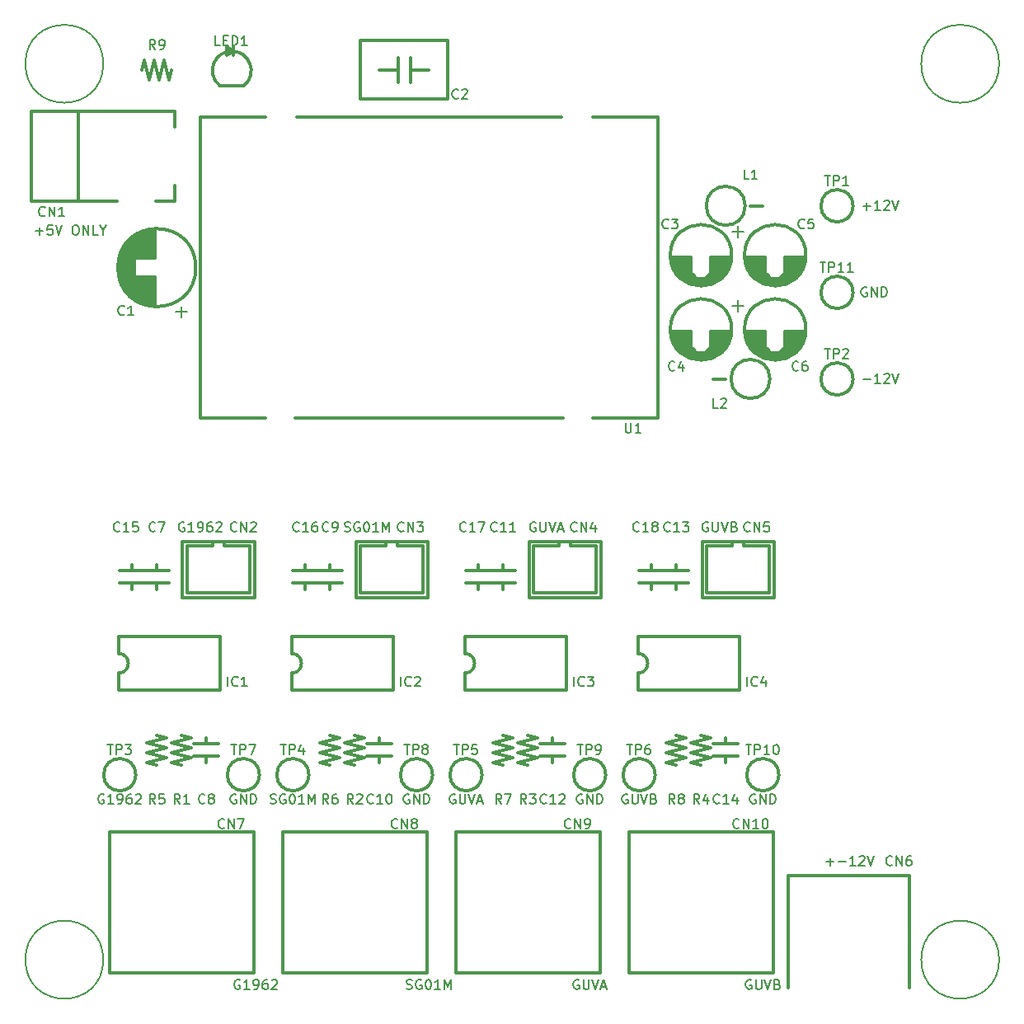
<source format=gbr>
%TF.GenerationSoftware,KiCad,Pcbnew,(5.1.12)-1*%
%TF.CreationDate,2022-11-09T13:12:54+09:00*%
%TF.ProjectId,2213_PHOTO_DIODE_BUFFER_AMP,32323133-5f50-4484-9f54-4f5f44494f44,0*%
%TF.SameCoordinates,Original*%
%TF.FileFunction,Legend,Top*%
%TF.FilePolarity,Positive*%
%FSLAX46Y46*%
G04 Gerber Fmt 4.6, Leading zero omitted, Abs format (unit mm)*
G04 Created by KiCad (PCBNEW (5.1.12)-1) date 2022-11-09 13:12:54*
%MOMM*%
%LPD*%
G01*
G04 APERTURE LIST*
%ADD10C,0.200000*%
%ADD11C,0.300000*%
%ADD12C,0.150000*%
G04 APERTURE END LIST*
D10*
X51062380Y-71191428D02*
X51824285Y-71191428D01*
X51443333Y-71572380D02*
X51443333Y-70810476D01*
X52776666Y-70572380D02*
X52300476Y-70572380D01*
X52252857Y-71048571D01*
X52300476Y-71000952D01*
X52395714Y-70953333D01*
X52633809Y-70953333D01*
X52729047Y-71000952D01*
X52776666Y-71048571D01*
X52824285Y-71143809D01*
X52824285Y-71381904D01*
X52776666Y-71477142D01*
X52729047Y-71524761D01*
X52633809Y-71572380D01*
X52395714Y-71572380D01*
X52300476Y-71524761D01*
X52252857Y-71477142D01*
X53110000Y-70572380D02*
X53443333Y-71572380D01*
X53776666Y-70572380D01*
X55062380Y-70572380D02*
X55252857Y-70572380D01*
X55348095Y-70620000D01*
X55443333Y-70715238D01*
X55490952Y-70905714D01*
X55490952Y-71239047D01*
X55443333Y-71429523D01*
X55348095Y-71524761D01*
X55252857Y-71572380D01*
X55062380Y-71572380D01*
X54967142Y-71524761D01*
X54871904Y-71429523D01*
X54824285Y-71239047D01*
X54824285Y-70905714D01*
X54871904Y-70715238D01*
X54967142Y-70620000D01*
X55062380Y-70572380D01*
X55919523Y-71572380D02*
X55919523Y-70572380D01*
X56490952Y-71572380D01*
X56490952Y-70572380D01*
X57443333Y-71572380D02*
X56967142Y-71572380D01*
X56967142Y-70572380D01*
X57967142Y-71096190D02*
X57967142Y-71572380D01*
X57633809Y-70572380D02*
X57967142Y-71096190D01*
X58300476Y-70572380D01*
X122618571Y-78847142D02*
X123761428Y-78847142D01*
X123190000Y-79418571D02*
X123190000Y-78275714D01*
X122618571Y-71227142D02*
X123761428Y-71227142D01*
X123190000Y-71798571D02*
X123190000Y-70655714D01*
X132239047Y-135961428D02*
X133000952Y-135961428D01*
X132620000Y-136342380D02*
X132620000Y-135580476D01*
X133477142Y-135961428D02*
X134239047Y-135961428D01*
X135239047Y-136342380D02*
X134667619Y-136342380D01*
X134953333Y-136342380D02*
X134953333Y-135342380D01*
X134858095Y-135485238D01*
X134762857Y-135580476D01*
X134667619Y-135628095D01*
X135620000Y-135437619D02*
X135667619Y-135390000D01*
X135762857Y-135342380D01*
X136000952Y-135342380D01*
X136096190Y-135390000D01*
X136143809Y-135437619D01*
X136191428Y-135532857D01*
X136191428Y-135628095D01*
X136143809Y-135770952D01*
X135572380Y-136342380D01*
X136191428Y-136342380D01*
X136477142Y-135342380D02*
X136810476Y-136342380D01*
X137143809Y-135342380D01*
X124539523Y-148090000D02*
X124444285Y-148042380D01*
X124301428Y-148042380D01*
X124158571Y-148090000D01*
X124063333Y-148185238D01*
X124015714Y-148280476D01*
X123968095Y-148470952D01*
X123968095Y-148613809D01*
X124015714Y-148804285D01*
X124063333Y-148899523D01*
X124158571Y-148994761D01*
X124301428Y-149042380D01*
X124396666Y-149042380D01*
X124539523Y-148994761D01*
X124587142Y-148947142D01*
X124587142Y-148613809D01*
X124396666Y-148613809D01*
X125015714Y-148042380D02*
X125015714Y-148851904D01*
X125063333Y-148947142D01*
X125110952Y-148994761D01*
X125206190Y-149042380D01*
X125396666Y-149042380D01*
X125491904Y-148994761D01*
X125539523Y-148947142D01*
X125587142Y-148851904D01*
X125587142Y-148042380D01*
X125920476Y-148042380D02*
X126253809Y-149042380D01*
X126587142Y-148042380D01*
X127253809Y-148518571D02*
X127396666Y-148566190D01*
X127444285Y-148613809D01*
X127491904Y-148709047D01*
X127491904Y-148851904D01*
X127444285Y-148947142D01*
X127396666Y-148994761D01*
X127301428Y-149042380D01*
X126920476Y-149042380D01*
X126920476Y-148042380D01*
X127253809Y-148042380D01*
X127349047Y-148090000D01*
X127396666Y-148137619D01*
X127444285Y-148232857D01*
X127444285Y-148328095D01*
X127396666Y-148423333D01*
X127349047Y-148470952D01*
X127253809Y-148518571D01*
X126920476Y-148518571D01*
X106830952Y-148090000D02*
X106735714Y-148042380D01*
X106592857Y-148042380D01*
X106450000Y-148090000D01*
X106354761Y-148185238D01*
X106307142Y-148280476D01*
X106259523Y-148470952D01*
X106259523Y-148613809D01*
X106307142Y-148804285D01*
X106354761Y-148899523D01*
X106450000Y-148994761D01*
X106592857Y-149042380D01*
X106688095Y-149042380D01*
X106830952Y-148994761D01*
X106878571Y-148947142D01*
X106878571Y-148613809D01*
X106688095Y-148613809D01*
X107307142Y-148042380D02*
X107307142Y-148851904D01*
X107354761Y-148947142D01*
X107402380Y-148994761D01*
X107497619Y-149042380D01*
X107688095Y-149042380D01*
X107783333Y-148994761D01*
X107830952Y-148947142D01*
X107878571Y-148851904D01*
X107878571Y-148042380D01*
X108211904Y-148042380D02*
X108545238Y-149042380D01*
X108878571Y-148042380D01*
X109164285Y-148756666D02*
X109640476Y-148756666D01*
X109069047Y-149042380D02*
X109402380Y-148042380D01*
X109735714Y-149042380D01*
X89130476Y-148994761D02*
X89273333Y-149042380D01*
X89511428Y-149042380D01*
X89606666Y-148994761D01*
X89654285Y-148947142D01*
X89701904Y-148851904D01*
X89701904Y-148756666D01*
X89654285Y-148661428D01*
X89606666Y-148613809D01*
X89511428Y-148566190D01*
X89320952Y-148518571D01*
X89225714Y-148470952D01*
X89178095Y-148423333D01*
X89130476Y-148328095D01*
X89130476Y-148232857D01*
X89178095Y-148137619D01*
X89225714Y-148090000D01*
X89320952Y-148042380D01*
X89559047Y-148042380D01*
X89701904Y-148090000D01*
X90654285Y-148090000D02*
X90559047Y-148042380D01*
X90416190Y-148042380D01*
X90273333Y-148090000D01*
X90178095Y-148185238D01*
X90130476Y-148280476D01*
X90082857Y-148470952D01*
X90082857Y-148613809D01*
X90130476Y-148804285D01*
X90178095Y-148899523D01*
X90273333Y-148994761D01*
X90416190Y-149042380D01*
X90511428Y-149042380D01*
X90654285Y-148994761D01*
X90701904Y-148947142D01*
X90701904Y-148613809D01*
X90511428Y-148613809D01*
X91320952Y-148042380D02*
X91416190Y-148042380D01*
X91511428Y-148090000D01*
X91559047Y-148137619D01*
X91606666Y-148232857D01*
X91654285Y-148423333D01*
X91654285Y-148661428D01*
X91606666Y-148851904D01*
X91559047Y-148947142D01*
X91511428Y-148994761D01*
X91416190Y-149042380D01*
X91320952Y-149042380D01*
X91225714Y-148994761D01*
X91178095Y-148947142D01*
X91130476Y-148851904D01*
X91082857Y-148661428D01*
X91082857Y-148423333D01*
X91130476Y-148232857D01*
X91178095Y-148137619D01*
X91225714Y-148090000D01*
X91320952Y-148042380D01*
X92606666Y-149042380D02*
X92035238Y-149042380D01*
X92320952Y-149042380D02*
X92320952Y-148042380D01*
X92225714Y-148185238D01*
X92130476Y-148280476D01*
X92035238Y-148328095D01*
X93035238Y-149042380D02*
X93035238Y-148042380D01*
X93368571Y-148756666D01*
X93701904Y-148042380D01*
X93701904Y-149042380D01*
X72017142Y-148090000D02*
X71921904Y-148042380D01*
X71779047Y-148042380D01*
X71636190Y-148090000D01*
X71540952Y-148185238D01*
X71493333Y-148280476D01*
X71445714Y-148470952D01*
X71445714Y-148613809D01*
X71493333Y-148804285D01*
X71540952Y-148899523D01*
X71636190Y-148994761D01*
X71779047Y-149042380D01*
X71874285Y-149042380D01*
X72017142Y-148994761D01*
X72064761Y-148947142D01*
X72064761Y-148613809D01*
X71874285Y-148613809D01*
X73017142Y-149042380D02*
X72445714Y-149042380D01*
X72731428Y-149042380D02*
X72731428Y-148042380D01*
X72636190Y-148185238D01*
X72540952Y-148280476D01*
X72445714Y-148328095D01*
X73493333Y-149042380D02*
X73683809Y-149042380D01*
X73779047Y-148994761D01*
X73826666Y-148947142D01*
X73921904Y-148804285D01*
X73969523Y-148613809D01*
X73969523Y-148232857D01*
X73921904Y-148137619D01*
X73874285Y-148090000D01*
X73779047Y-148042380D01*
X73588571Y-148042380D01*
X73493333Y-148090000D01*
X73445714Y-148137619D01*
X73398095Y-148232857D01*
X73398095Y-148470952D01*
X73445714Y-148566190D01*
X73493333Y-148613809D01*
X73588571Y-148661428D01*
X73779047Y-148661428D01*
X73874285Y-148613809D01*
X73921904Y-148566190D01*
X73969523Y-148470952D01*
X74826666Y-148042380D02*
X74636190Y-148042380D01*
X74540952Y-148090000D01*
X74493333Y-148137619D01*
X74398095Y-148280476D01*
X74350476Y-148470952D01*
X74350476Y-148851904D01*
X74398095Y-148947142D01*
X74445714Y-148994761D01*
X74540952Y-149042380D01*
X74731428Y-149042380D01*
X74826666Y-148994761D01*
X74874285Y-148947142D01*
X74921904Y-148851904D01*
X74921904Y-148613809D01*
X74874285Y-148518571D01*
X74826666Y-148470952D01*
X74731428Y-148423333D01*
X74540952Y-148423333D01*
X74445714Y-148470952D01*
X74398095Y-148518571D01*
X74350476Y-148613809D01*
X75302857Y-148137619D02*
X75350476Y-148090000D01*
X75445714Y-148042380D01*
X75683809Y-148042380D01*
X75779047Y-148090000D01*
X75826666Y-148137619D01*
X75874285Y-148232857D01*
X75874285Y-148328095D01*
X75826666Y-148470952D01*
X75255238Y-149042380D01*
X75874285Y-149042380D01*
X111839523Y-129040000D02*
X111744285Y-128992380D01*
X111601428Y-128992380D01*
X111458571Y-129040000D01*
X111363333Y-129135238D01*
X111315714Y-129230476D01*
X111268095Y-129420952D01*
X111268095Y-129563809D01*
X111315714Y-129754285D01*
X111363333Y-129849523D01*
X111458571Y-129944761D01*
X111601428Y-129992380D01*
X111696666Y-129992380D01*
X111839523Y-129944761D01*
X111887142Y-129897142D01*
X111887142Y-129563809D01*
X111696666Y-129563809D01*
X112315714Y-128992380D02*
X112315714Y-129801904D01*
X112363333Y-129897142D01*
X112410952Y-129944761D01*
X112506190Y-129992380D01*
X112696666Y-129992380D01*
X112791904Y-129944761D01*
X112839523Y-129897142D01*
X112887142Y-129801904D01*
X112887142Y-128992380D01*
X113220476Y-128992380D02*
X113553809Y-129992380D01*
X113887142Y-128992380D01*
X114553809Y-129468571D02*
X114696666Y-129516190D01*
X114744285Y-129563809D01*
X114791904Y-129659047D01*
X114791904Y-129801904D01*
X114744285Y-129897142D01*
X114696666Y-129944761D01*
X114601428Y-129992380D01*
X114220476Y-129992380D01*
X114220476Y-128992380D01*
X114553809Y-128992380D01*
X114649047Y-129040000D01*
X114696666Y-129087619D01*
X114744285Y-129182857D01*
X114744285Y-129278095D01*
X114696666Y-129373333D01*
X114649047Y-129420952D01*
X114553809Y-129468571D01*
X114220476Y-129468571D01*
X94130952Y-129040000D02*
X94035714Y-128992380D01*
X93892857Y-128992380D01*
X93750000Y-129040000D01*
X93654761Y-129135238D01*
X93607142Y-129230476D01*
X93559523Y-129420952D01*
X93559523Y-129563809D01*
X93607142Y-129754285D01*
X93654761Y-129849523D01*
X93750000Y-129944761D01*
X93892857Y-129992380D01*
X93988095Y-129992380D01*
X94130952Y-129944761D01*
X94178571Y-129897142D01*
X94178571Y-129563809D01*
X93988095Y-129563809D01*
X94607142Y-128992380D02*
X94607142Y-129801904D01*
X94654761Y-129897142D01*
X94702380Y-129944761D01*
X94797619Y-129992380D01*
X94988095Y-129992380D01*
X95083333Y-129944761D01*
X95130952Y-129897142D01*
X95178571Y-129801904D01*
X95178571Y-128992380D01*
X95511904Y-128992380D02*
X95845238Y-129992380D01*
X96178571Y-128992380D01*
X96464285Y-129706666D02*
X96940476Y-129706666D01*
X96369047Y-129992380D02*
X96702380Y-128992380D01*
X97035714Y-129992380D01*
X75160476Y-129944761D02*
X75303333Y-129992380D01*
X75541428Y-129992380D01*
X75636666Y-129944761D01*
X75684285Y-129897142D01*
X75731904Y-129801904D01*
X75731904Y-129706666D01*
X75684285Y-129611428D01*
X75636666Y-129563809D01*
X75541428Y-129516190D01*
X75350952Y-129468571D01*
X75255714Y-129420952D01*
X75208095Y-129373333D01*
X75160476Y-129278095D01*
X75160476Y-129182857D01*
X75208095Y-129087619D01*
X75255714Y-129040000D01*
X75350952Y-128992380D01*
X75589047Y-128992380D01*
X75731904Y-129040000D01*
X76684285Y-129040000D02*
X76589047Y-128992380D01*
X76446190Y-128992380D01*
X76303333Y-129040000D01*
X76208095Y-129135238D01*
X76160476Y-129230476D01*
X76112857Y-129420952D01*
X76112857Y-129563809D01*
X76160476Y-129754285D01*
X76208095Y-129849523D01*
X76303333Y-129944761D01*
X76446190Y-129992380D01*
X76541428Y-129992380D01*
X76684285Y-129944761D01*
X76731904Y-129897142D01*
X76731904Y-129563809D01*
X76541428Y-129563809D01*
X77350952Y-128992380D02*
X77446190Y-128992380D01*
X77541428Y-129040000D01*
X77589047Y-129087619D01*
X77636666Y-129182857D01*
X77684285Y-129373333D01*
X77684285Y-129611428D01*
X77636666Y-129801904D01*
X77589047Y-129897142D01*
X77541428Y-129944761D01*
X77446190Y-129992380D01*
X77350952Y-129992380D01*
X77255714Y-129944761D01*
X77208095Y-129897142D01*
X77160476Y-129801904D01*
X77112857Y-129611428D01*
X77112857Y-129373333D01*
X77160476Y-129182857D01*
X77208095Y-129087619D01*
X77255714Y-129040000D01*
X77350952Y-128992380D01*
X78636666Y-129992380D02*
X78065238Y-129992380D01*
X78350952Y-129992380D02*
X78350952Y-128992380D01*
X78255714Y-129135238D01*
X78160476Y-129230476D01*
X78065238Y-129278095D01*
X79065238Y-129992380D02*
X79065238Y-128992380D01*
X79398571Y-129706666D01*
X79731904Y-128992380D01*
X79731904Y-129992380D01*
X58047142Y-129040000D02*
X57951904Y-128992380D01*
X57809047Y-128992380D01*
X57666190Y-129040000D01*
X57570952Y-129135238D01*
X57523333Y-129230476D01*
X57475714Y-129420952D01*
X57475714Y-129563809D01*
X57523333Y-129754285D01*
X57570952Y-129849523D01*
X57666190Y-129944761D01*
X57809047Y-129992380D01*
X57904285Y-129992380D01*
X58047142Y-129944761D01*
X58094761Y-129897142D01*
X58094761Y-129563809D01*
X57904285Y-129563809D01*
X59047142Y-129992380D02*
X58475714Y-129992380D01*
X58761428Y-129992380D02*
X58761428Y-128992380D01*
X58666190Y-129135238D01*
X58570952Y-129230476D01*
X58475714Y-129278095D01*
X59523333Y-129992380D02*
X59713809Y-129992380D01*
X59809047Y-129944761D01*
X59856666Y-129897142D01*
X59951904Y-129754285D01*
X59999523Y-129563809D01*
X59999523Y-129182857D01*
X59951904Y-129087619D01*
X59904285Y-129040000D01*
X59809047Y-128992380D01*
X59618571Y-128992380D01*
X59523333Y-129040000D01*
X59475714Y-129087619D01*
X59428095Y-129182857D01*
X59428095Y-129420952D01*
X59475714Y-129516190D01*
X59523333Y-129563809D01*
X59618571Y-129611428D01*
X59809047Y-129611428D01*
X59904285Y-129563809D01*
X59951904Y-129516190D01*
X59999523Y-129420952D01*
X60856666Y-128992380D02*
X60666190Y-128992380D01*
X60570952Y-129040000D01*
X60523333Y-129087619D01*
X60428095Y-129230476D01*
X60380476Y-129420952D01*
X60380476Y-129801904D01*
X60428095Y-129897142D01*
X60475714Y-129944761D01*
X60570952Y-129992380D01*
X60761428Y-129992380D01*
X60856666Y-129944761D01*
X60904285Y-129897142D01*
X60951904Y-129801904D01*
X60951904Y-129563809D01*
X60904285Y-129468571D01*
X60856666Y-129420952D01*
X60761428Y-129373333D01*
X60570952Y-129373333D01*
X60475714Y-129420952D01*
X60428095Y-129468571D01*
X60380476Y-129563809D01*
X61332857Y-129087619D02*
X61380476Y-129040000D01*
X61475714Y-128992380D01*
X61713809Y-128992380D01*
X61809047Y-129040000D01*
X61856666Y-129087619D01*
X61904285Y-129182857D01*
X61904285Y-129278095D01*
X61856666Y-129420952D01*
X61285238Y-129992380D01*
X61904285Y-129992380D01*
X71628095Y-129040000D02*
X71532857Y-128992380D01*
X71390000Y-128992380D01*
X71247142Y-129040000D01*
X71151904Y-129135238D01*
X71104285Y-129230476D01*
X71056666Y-129420952D01*
X71056666Y-129563809D01*
X71104285Y-129754285D01*
X71151904Y-129849523D01*
X71247142Y-129944761D01*
X71390000Y-129992380D01*
X71485238Y-129992380D01*
X71628095Y-129944761D01*
X71675714Y-129897142D01*
X71675714Y-129563809D01*
X71485238Y-129563809D01*
X72104285Y-129992380D02*
X72104285Y-128992380D01*
X72675714Y-129992380D01*
X72675714Y-128992380D01*
X73151904Y-129992380D02*
X73151904Y-128992380D01*
X73390000Y-128992380D01*
X73532857Y-129040000D01*
X73628095Y-129135238D01*
X73675714Y-129230476D01*
X73723333Y-129420952D01*
X73723333Y-129563809D01*
X73675714Y-129754285D01*
X73628095Y-129849523D01*
X73532857Y-129944761D01*
X73390000Y-129992380D01*
X73151904Y-129992380D01*
X89408095Y-129040000D02*
X89312857Y-128992380D01*
X89170000Y-128992380D01*
X89027142Y-129040000D01*
X88931904Y-129135238D01*
X88884285Y-129230476D01*
X88836666Y-129420952D01*
X88836666Y-129563809D01*
X88884285Y-129754285D01*
X88931904Y-129849523D01*
X89027142Y-129944761D01*
X89170000Y-129992380D01*
X89265238Y-129992380D01*
X89408095Y-129944761D01*
X89455714Y-129897142D01*
X89455714Y-129563809D01*
X89265238Y-129563809D01*
X89884285Y-129992380D02*
X89884285Y-128992380D01*
X90455714Y-129992380D01*
X90455714Y-128992380D01*
X90931904Y-129992380D02*
X90931904Y-128992380D01*
X91170000Y-128992380D01*
X91312857Y-129040000D01*
X91408095Y-129135238D01*
X91455714Y-129230476D01*
X91503333Y-129420952D01*
X91503333Y-129563809D01*
X91455714Y-129754285D01*
X91408095Y-129849523D01*
X91312857Y-129944761D01*
X91170000Y-129992380D01*
X90931904Y-129992380D01*
X107188095Y-129040000D02*
X107092857Y-128992380D01*
X106950000Y-128992380D01*
X106807142Y-129040000D01*
X106711904Y-129135238D01*
X106664285Y-129230476D01*
X106616666Y-129420952D01*
X106616666Y-129563809D01*
X106664285Y-129754285D01*
X106711904Y-129849523D01*
X106807142Y-129944761D01*
X106950000Y-129992380D01*
X107045238Y-129992380D01*
X107188095Y-129944761D01*
X107235714Y-129897142D01*
X107235714Y-129563809D01*
X107045238Y-129563809D01*
X107664285Y-129992380D02*
X107664285Y-128992380D01*
X108235714Y-129992380D01*
X108235714Y-128992380D01*
X108711904Y-129992380D02*
X108711904Y-128992380D01*
X108950000Y-128992380D01*
X109092857Y-129040000D01*
X109188095Y-129135238D01*
X109235714Y-129230476D01*
X109283333Y-129420952D01*
X109283333Y-129563809D01*
X109235714Y-129754285D01*
X109188095Y-129849523D01*
X109092857Y-129944761D01*
X108950000Y-129992380D01*
X108711904Y-129992380D01*
X124968095Y-129040000D02*
X124872857Y-128992380D01*
X124730000Y-128992380D01*
X124587142Y-129040000D01*
X124491904Y-129135238D01*
X124444285Y-129230476D01*
X124396666Y-129420952D01*
X124396666Y-129563809D01*
X124444285Y-129754285D01*
X124491904Y-129849523D01*
X124587142Y-129944761D01*
X124730000Y-129992380D01*
X124825238Y-129992380D01*
X124968095Y-129944761D01*
X125015714Y-129897142D01*
X125015714Y-129563809D01*
X124825238Y-129563809D01*
X125444285Y-129992380D02*
X125444285Y-128992380D01*
X126015714Y-129992380D01*
X126015714Y-128992380D01*
X126491904Y-129992380D02*
X126491904Y-128992380D01*
X126730000Y-128992380D01*
X126872857Y-129040000D01*
X126968095Y-129135238D01*
X127015714Y-129230476D01*
X127063333Y-129420952D01*
X127063333Y-129563809D01*
X127015714Y-129754285D01*
X126968095Y-129849523D01*
X126872857Y-129944761D01*
X126730000Y-129992380D01*
X126491904Y-129992380D01*
X66302142Y-101100000D02*
X66206904Y-101052380D01*
X66064047Y-101052380D01*
X65921190Y-101100000D01*
X65825952Y-101195238D01*
X65778333Y-101290476D01*
X65730714Y-101480952D01*
X65730714Y-101623809D01*
X65778333Y-101814285D01*
X65825952Y-101909523D01*
X65921190Y-102004761D01*
X66064047Y-102052380D01*
X66159285Y-102052380D01*
X66302142Y-102004761D01*
X66349761Y-101957142D01*
X66349761Y-101623809D01*
X66159285Y-101623809D01*
X67302142Y-102052380D02*
X66730714Y-102052380D01*
X67016428Y-102052380D02*
X67016428Y-101052380D01*
X66921190Y-101195238D01*
X66825952Y-101290476D01*
X66730714Y-101338095D01*
X67778333Y-102052380D02*
X67968809Y-102052380D01*
X68064047Y-102004761D01*
X68111666Y-101957142D01*
X68206904Y-101814285D01*
X68254523Y-101623809D01*
X68254523Y-101242857D01*
X68206904Y-101147619D01*
X68159285Y-101100000D01*
X68064047Y-101052380D01*
X67873571Y-101052380D01*
X67778333Y-101100000D01*
X67730714Y-101147619D01*
X67683095Y-101242857D01*
X67683095Y-101480952D01*
X67730714Y-101576190D01*
X67778333Y-101623809D01*
X67873571Y-101671428D01*
X68064047Y-101671428D01*
X68159285Y-101623809D01*
X68206904Y-101576190D01*
X68254523Y-101480952D01*
X69111666Y-101052380D02*
X68921190Y-101052380D01*
X68825952Y-101100000D01*
X68778333Y-101147619D01*
X68683095Y-101290476D01*
X68635476Y-101480952D01*
X68635476Y-101861904D01*
X68683095Y-101957142D01*
X68730714Y-102004761D01*
X68825952Y-102052380D01*
X69016428Y-102052380D01*
X69111666Y-102004761D01*
X69159285Y-101957142D01*
X69206904Y-101861904D01*
X69206904Y-101623809D01*
X69159285Y-101528571D01*
X69111666Y-101480952D01*
X69016428Y-101433333D01*
X68825952Y-101433333D01*
X68730714Y-101480952D01*
X68683095Y-101528571D01*
X68635476Y-101623809D01*
X69587857Y-101147619D02*
X69635476Y-101100000D01*
X69730714Y-101052380D01*
X69968809Y-101052380D01*
X70064047Y-101100000D01*
X70111666Y-101147619D01*
X70159285Y-101242857D01*
X70159285Y-101338095D01*
X70111666Y-101480952D01*
X69540238Y-102052380D01*
X70159285Y-102052380D01*
X82780476Y-102004761D02*
X82923333Y-102052380D01*
X83161428Y-102052380D01*
X83256666Y-102004761D01*
X83304285Y-101957142D01*
X83351904Y-101861904D01*
X83351904Y-101766666D01*
X83304285Y-101671428D01*
X83256666Y-101623809D01*
X83161428Y-101576190D01*
X82970952Y-101528571D01*
X82875714Y-101480952D01*
X82828095Y-101433333D01*
X82780476Y-101338095D01*
X82780476Y-101242857D01*
X82828095Y-101147619D01*
X82875714Y-101100000D01*
X82970952Y-101052380D01*
X83209047Y-101052380D01*
X83351904Y-101100000D01*
X84304285Y-101100000D02*
X84209047Y-101052380D01*
X84066190Y-101052380D01*
X83923333Y-101100000D01*
X83828095Y-101195238D01*
X83780476Y-101290476D01*
X83732857Y-101480952D01*
X83732857Y-101623809D01*
X83780476Y-101814285D01*
X83828095Y-101909523D01*
X83923333Y-102004761D01*
X84066190Y-102052380D01*
X84161428Y-102052380D01*
X84304285Y-102004761D01*
X84351904Y-101957142D01*
X84351904Y-101623809D01*
X84161428Y-101623809D01*
X84970952Y-101052380D02*
X85066190Y-101052380D01*
X85161428Y-101100000D01*
X85209047Y-101147619D01*
X85256666Y-101242857D01*
X85304285Y-101433333D01*
X85304285Y-101671428D01*
X85256666Y-101861904D01*
X85209047Y-101957142D01*
X85161428Y-102004761D01*
X85066190Y-102052380D01*
X84970952Y-102052380D01*
X84875714Y-102004761D01*
X84828095Y-101957142D01*
X84780476Y-101861904D01*
X84732857Y-101671428D01*
X84732857Y-101433333D01*
X84780476Y-101242857D01*
X84828095Y-101147619D01*
X84875714Y-101100000D01*
X84970952Y-101052380D01*
X86256666Y-102052380D02*
X85685238Y-102052380D01*
X85970952Y-102052380D02*
X85970952Y-101052380D01*
X85875714Y-101195238D01*
X85780476Y-101290476D01*
X85685238Y-101338095D01*
X86685238Y-102052380D02*
X86685238Y-101052380D01*
X87018571Y-101766666D01*
X87351904Y-101052380D01*
X87351904Y-102052380D01*
X102385952Y-101100000D02*
X102290714Y-101052380D01*
X102147857Y-101052380D01*
X102005000Y-101100000D01*
X101909761Y-101195238D01*
X101862142Y-101290476D01*
X101814523Y-101480952D01*
X101814523Y-101623809D01*
X101862142Y-101814285D01*
X101909761Y-101909523D01*
X102005000Y-102004761D01*
X102147857Y-102052380D01*
X102243095Y-102052380D01*
X102385952Y-102004761D01*
X102433571Y-101957142D01*
X102433571Y-101623809D01*
X102243095Y-101623809D01*
X102862142Y-101052380D02*
X102862142Y-101861904D01*
X102909761Y-101957142D01*
X102957380Y-102004761D01*
X103052619Y-102052380D01*
X103243095Y-102052380D01*
X103338333Y-102004761D01*
X103385952Y-101957142D01*
X103433571Y-101861904D01*
X103433571Y-101052380D01*
X103766904Y-101052380D02*
X104100238Y-102052380D01*
X104433571Y-101052380D01*
X104719285Y-101766666D02*
X105195476Y-101766666D01*
X104624047Y-102052380D02*
X104957380Y-101052380D01*
X105290714Y-102052380D01*
X120094523Y-101100000D02*
X119999285Y-101052380D01*
X119856428Y-101052380D01*
X119713571Y-101100000D01*
X119618333Y-101195238D01*
X119570714Y-101290476D01*
X119523095Y-101480952D01*
X119523095Y-101623809D01*
X119570714Y-101814285D01*
X119618333Y-101909523D01*
X119713571Y-102004761D01*
X119856428Y-102052380D01*
X119951666Y-102052380D01*
X120094523Y-102004761D01*
X120142142Y-101957142D01*
X120142142Y-101623809D01*
X119951666Y-101623809D01*
X120570714Y-101052380D02*
X120570714Y-101861904D01*
X120618333Y-101957142D01*
X120665952Y-102004761D01*
X120761190Y-102052380D01*
X120951666Y-102052380D01*
X121046904Y-102004761D01*
X121094523Y-101957142D01*
X121142142Y-101861904D01*
X121142142Y-101052380D01*
X121475476Y-101052380D02*
X121808809Y-102052380D01*
X122142142Y-101052380D01*
X122808809Y-101528571D02*
X122951666Y-101576190D01*
X122999285Y-101623809D01*
X123046904Y-101719047D01*
X123046904Y-101861904D01*
X122999285Y-101957142D01*
X122951666Y-102004761D01*
X122856428Y-102052380D01*
X122475476Y-102052380D01*
X122475476Y-101052380D01*
X122808809Y-101052380D01*
X122904047Y-101100000D01*
X122951666Y-101147619D01*
X122999285Y-101242857D01*
X122999285Y-101338095D01*
X122951666Y-101433333D01*
X122904047Y-101480952D01*
X122808809Y-101528571D01*
X122475476Y-101528571D01*
X136033095Y-86431428D02*
X136795000Y-86431428D01*
X137795000Y-86812380D02*
X137223571Y-86812380D01*
X137509285Y-86812380D02*
X137509285Y-85812380D01*
X137414047Y-85955238D01*
X137318809Y-86050476D01*
X137223571Y-86098095D01*
X138175952Y-85907619D02*
X138223571Y-85860000D01*
X138318809Y-85812380D01*
X138556904Y-85812380D01*
X138652142Y-85860000D01*
X138699761Y-85907619D01*
X138747380Y-86002857D01*
X138747380Y-86098095D01*
X138699761Y-86240952D01*
X138128333Y-86812380D01*
X138747380Y-86812380D01*
X139033095Y-85812380D02*
X139366428Y-86812380D01*
X139699761Y-85812380D01*
X136398095Y-76970000D02*
X136302857Y-76922380D01*
X136160000Y-76922380D01*
X136017142Y-76970000D01*
X135921904Y-77065238D01*
X135874285Y-77160476D01*
X135826666Y-77350952D01*
X135826666Y-77493809D01*
X135874285Y-77684285D01*
X135921904Y-77779523D01*
X136017142Y-77874761D01*
X136160000Y-77922380D01*
X136255238Y-77922380D01*
X136398095Y-77874761D01*
X136445714Y-77827142D01*
X136445714Y-77493809D01*
X136255238Y-77493809D01*
X136874285Y-77922380D02*
X136874285Y-76922380D01*
X137445714Y-77922380D01*
X137445714Y-76922380D01*
X137921904Y-77922380D02*
X137921904Y-76922380D01*
X138160000Y-76922380D01*
X138302857Y-76970000D01*
X138398095Y-77065238D01*
X138445714Y-77160476D01*
X138493333Y-77350952D01*
X138493333Y-77493809D01*
X138445714Y-77684285D01*
X138398095Y-77779523D01*
X138302857Y-77874761D01*
X138160000Y-77922380D01*
X137921904Y-77922380D01*
X136033095Y-68651428D02*
X136795000Y-68651428D01*
X136414047Y-69032380D02*
X136414047Y-68270476D01*
X137795000Y-69032380D02*
X137223571Y-69032380D01*
X137509285Y-69032380D02*
X137509285Y-68032380D01*
X137414047Y-68175238D01*
X137318809Y-68270476D01*
X137223571Y-68318095D01*
X138175952Y-68127619D02*
X138223571Y-68080000D01*
X138318809Y-68032380D01*
X138556904Y-68032380D01*
X138652142Y-68080000D01*
X138699761Y-68127619D01*
X138747380Y-68222857D01*
X138747380Y-68318095D01*
X138699761Y-68460952D01*
X138128333Y-69032380D01*
X138747380Y-69032380D01*
X139033095Y-68032380D02*
X139366428Y-69032380D01*
X139699761Y-68032380D01*
X65468571Y-79482142D02*
X66611428Y-79482142D01*
X66040000Y-80053571D02*
X66040000Y-78910714D01*
X150000000Y-146000000D02*
G75*
G03*
X150000000Y-146000000I-4000000J0D01*
G01*
X150000000Y-54000000D02*
G75*
G03*
X150000000Y-54000000I-4000000J0D01*
G01*
X58000000Y-54000000D02*
G75*
G03*
X58000000Y-54000000I-4000000J0D01*
G01*
X58000000Y-146000000D02*
G75*
G03*
X58000000Y-146000000I-4000000J0D01*
G01*
D11*
%TO.C,CN10*%
X126780000Y-132840000D02*
X111980000Y-132840000D01*
X126780000Y-147320000D02*
X126780000Y-132840000D01*
X111980000Y-147320000D02*
X126780000Y-147320000D01*
X111980000Y-132840000D02*
X111980000Y-147320000D01*
%TO.C,CN9*%
X109000000Y-132840000D02*
X94200000Y-132840000D01*
X109000000Y-147320000D02*
X109000000Y-132840000D01*
X94200000Y-147320000D02*
X109000000Y-147320000D01*
X94200000Y-132840000D02*
X94200000Y-147320000D01*
%TO.C,CN8*%
X91220000Y-132840000D02*
X76420000Y-132840000D01*
X91220000Y-147320000D02*
X91220000Y-132840000D01*
X76420000Y-147320000D02*
X91220000Y-147320000D01*
X76420000Y-132840000D02*
X76420000Y-147320000D01*
%TO.C,CN7*%
X73440000Y-132840000D02*
X58640000Y-132840000D01*
X73440000Y-147320000D02*
X73440000Y-132840000D01*
X58640000Y-147320000D02*
X73440000Y-147320000D01*
X58640000Y-132840000D02*
X58640000Y-147320000D01*
%TO.C,C1*%
X63000000Y-75930000D02*
X63000000Y-78830000D01*
X62700000Y-75930000D02*
X62700000Y-78830000D01*
X62400000Y-75930000D02*
X62400000Y-78730000D01*
X62100000Y-75930000D02*
X62100000Y-78630000D01*
X61800000Y-75930000D02*
X61800000Y-78530000D01*
X61500000Y-75930000D02*
X61500000Y-78330000D01*
X61200000Y-76030000D02*
X61200000Y-78130000D01*
X59700000Y-73630000D02*
X59700000Y-76130000D01*
X60000000Y-76930000D02*
X60000000Y-72930000D01*
X60300000Y-72530000D02*
X60300000Y-77330000D01*
X60600000Y-77630000D02*
X60600000Y-72230000D01*
X60900000Y-71930000D02*
X60900000Y-77930000D01*
X61200000Y-73830000D02*
X61200000Y-71730000D01*
X61500000Y-71430000D02*
X61500000Y-73930000D01*
X61800000Y-71330000D02*
X61800000Y-73930000D01*
X62100000Y-71230000D02*
X62100000Y-73930000D01*
X62400000Y-71130000D02*
X62400000Y-73930000D01*
X62700000Y-71030000D02*
X62700000Y-73930000D01*
X63000000Y-71030000D02*
X63000000Y-73930000D01*
X63300000Y-78930000D02*
X63300000Y-75930000D01*
X63300000Y-75930000D02*
X61200000Y-75930000D01*
X61200000Y-75930000D02*
X61200000Y-73930000D01*
X61200000Y-73930000D02*
X63300000Y-73930000D01*
X63300000Y-73930000D02*
X63300000Y-70930000D01*
X67500000Y-74930000D02*
G75*
G03*
X67500000Y-74930000I-4000000J0D01*
G01*
%TO.C,C2*%
X93400000Y-57610000D02*
X93400000Y-51610000D01*
X93400000Y-51610000D02*
X84400000Y-51610000D01*
X84400000Y-51610000D02*
X84400000Y-57610000D01*
X84400000Y-57610000D02*
X93400000Y-57610000D01*
X89535000Y-54610000D02*
X91440000Y-54610000D01*
X88265000Y-54610000D02*
X86360000Y-54610000D01*
X88265000Y-55880000D02*
X88265000Y-53340000D01*
X89535000Y-55880000D02*
X89535000Y-53340000D01*
%TO.C,C3*%
X122530000Y-73660000D02*
G75*
G03*
X122530000Y-73660000I-3150000J0D01*
G01*
X118380000Y-73860000D02*
X116380000Y-73860000D01*
X118380000Y-75460000D02*
X118380000Y-73860000D01*
X118980000Y-76060000D02*
X118380000Y-75460000D01*
X119780000Y-76060000D02*
X118980000Y-76060000D01*
X120380000Y-75460000D02*
X119780000Y-76060000D01*
X120380000Y-73860000D02*
X120380000Y-75460000D01*
X122380000Y-73860000D02*
X120380000Y-73860000D01*
X119380000Y-76660000D02*
X120180000Y-76660000D01*
X119380000Y-76460000D02*
X119380000Y-76660000D01*
X120580000Y-76460000D02*
X119380000Y-76460000D01*
X121180000Y-76260000D02*
X120580000Y-76460000D01*
X119380000Y-76260000D02*
X121180000Y-76260000D01*
X119380000Y-76060000D02*
X119380000Y-76260000D01*
X119780000Y-76060000D02*
X119380000Y-76060000D01*
X121380000Y-76060000D02*
X119780000Y-76060000D01*
X121580000Y-75860000D02*
X121380000Y-76060000D01*
X119980000Y-75860000D02*
X121580000Y-75860000D01*
X120180000Y-75660000D02*
X119980000Y-75860000D01*
X121580000Y-75660000D02*
X120180000Y-75660000D01*
X121780000Y-75460000D02*
X121580000Y-75660000D01*
X120380000Y-75460000D02*
X121780000Y-75460000D01*
X120380000Y-75260000D02*
X120380000Y-75460000D01*
X121780000Y-75260000D02*
X120380000Y-75260000D01*
X121980000Y-75060000D02*
X121780000Y-75260000D01*
X120380000Y-75060000D02*
X121980000Y-75060000D01*
X120380000Y-74860000D02*
X120380000Y-75060000D01*
X121980000Y-74860000D02*
X120380000Y-74860000D01*
X122180000Y-74660000D02*
X121980000Y-74860000D01*
X120380000Y-74660000D02*
X122180000Y-74660000D01*
X120380000Y-74460000D02*
X120380000Y-74660000D01*
X122180000Y-74460000D02*
X120380000Y-74460000D01*
X122380000Y-74260000D02*
X122180000Y-74460000D01*
X120380000Y-74260000D02*
X122380000Y-74260000D01*
X120380000Y-74060000D02*
X120380000Y-74260000D01*
X122380000Y-74060000D02*
X120380000Y-74060000D01*
X119380000Y-76660000D02*
X118580000Y-76660000D01*
X119380000Y-76460000D02*
X119380000Y-76660000D01*
X118180000Y-76460000D02*
X119380000Y-76460000D01*
X117780000Y-76260000D02*
X118180000Y-76460000D01*
X119380000Y-76260000D02*
X117780000Y-76260000D01*
X119380000Y-76060000D02*
X119380000Y-76260000D01*
X117580000Y-76060000D02*
X119380000Y-76060000D01*
X117380000Y-75860000D02*
X117580000Y-76060000D01*
X118780000Y-75860000D02*
X117380000Y-75860000D01*
X118580000Y-75660000D02*
X118780000Y-75860000D01*
X117180000Y-75660000D02*
X118580000Y-75660000D01*
X116980000Y-75460000D02*
X117180000Y-75660000D01*
X118380000Y-75460000D02*
X116980000Y-75460000D01*
X118380000Y-75260000D02*
X118380000Y-75460000D01*
X116980000Y-75260000D02*
X118380000Y-75260000D01*
X116780000Y-75060000D02*
X116980000Y-75260000D01*
X118380000Y-75060000D02*
X116780000Y-75060000D01*
X118380000Y-74860000D02*
X118380000Y-75060000D01*
X116780000Y-74860000D02*
X118380000Y-74860000D01*
X116580000Y-74660000D02*
X116780000Y-74860000D01*
X118180000Y-74660000D02*
X116580000Y-74660000D01*
X118380000Y-74460000D02*
X118180000Y-74660000D01*
X116580000Y-74460000D02*
X118380000Y-74460000D01*
X116380000Y-74260000D02*
X116580000Y-74460000D01*
X118380000Y-74260000D02*
X116380000Y-74260000D01*
X118380000Y-74060000D02*
X118380000Y-74260000D01*
X116380000Y-74060000D02*
X118380000Y-74060000D01*
%TO.C,C4*%
X116380000Y-81680000D02*
X118380000Y-81680000D01*
X118380000Y-81680000D02*
X118380000Y-81880000D01*
X118380000Y-81880000D02*
X116380000Y-81880000D01*
X116380000Y-81880000D02*
X116580000Y-82080000D01*
X116580000Y-82080000D02*
X118380000Y-82080000D01*
X118380000Y-82080000D02*
X118180000Y-82280000D01*
X118180000Y-82280000D02*
X116580000Y-82280000D01*
X116580000Y-82280000D02*
X116780000Y-82480000D01*
X116780000Y-82480000D02*
X118380000Y-82480000D01*
X118380000Y-82480000D02*
X118380000Y-82680000D01*
X118380000Y-82680000D02*
X116780000Y-82680000D01*
X116780000Y-82680000D02*
X116980000Y-82880000D01*
X116980000Y-82880000D02*
X118380000Y-82880000D01*
X118380000Y-82880000D02*
X118380000Y-83080000D01*
X118380000Y-83080000D02*
X116980000Y-83080000D01*
X116980000Y-83080000D02*
X117180000Y-83280000D01*
X117180000Y-83280000D02*
X118580000Y-83280000D01*
X118580000Y-83280000D02*
X118780000Y-83480000D01*
X118780000Y-83480000D02*
X117380000Y-83480000D01*
X117380000Y-83480000D02*
X117580000Y-83680000D01*
X117580000Y-83680000D02*
X119380000Y-83680000D01*
X119380000Y-83680000D02*
X119380000Y-83880000D01*
X119380000Y-83880000D02*
X117780000Y-83880000D01*
X117780000Y-83880000D02*
X118180000Y-84080000D01*
X118180000Y-84080000D02*
X119380000Y-84080000D01*
X119380000Y-84080000D02*
X119380000Y-84280000D01*
X119380000Y-84280000D02*
X118580000Y-84280000D01*
X122380000Y-81680000D02*
X120380000Y-81680000D01*
X120380000Y-81680000D02*
X120380000Y-81880000D01*
X120380000Y-81880000D02*
X122380000Y-81880000D01*
X122380000Y-81880000D02*
X122180000Y-82080000D01*
X122180000Y-82080000D02*
X120380000Y-82080000D01*
X120380000Y-82080000D02*
X120380000Y-82280000D01*
X120380000Y-82280000D02*
X122180000Y-82280000D01*
X122180000Y-82280000D02*
X121980000Y-82480000D01*
X121980000Y-82480000D02*
X120380000Y-82480000D01*
X120380000Y-82480000D02*
X120380000Y-82680000D01*
X120380000Y-82680000D02*
X121980000Y-82680000D01*
X121980000Y-82680000D02*
X121780000Y-82880000D01*
X121780000Y-82880000D02*
X120380000Y-82880000D01*
X120380000Y-82880000D02*
X120380000Y-83080000D01*
X120380000Y-83080000D02*
X121780000Y-83080000D01*
X121780000Y-83080000D02*
X121580000Y-83280000D01*
X121580000Y-83280000D02*
X120180000Y-83280000D01*
X120180000Y-83280000D02*
X119980000Y-83480000D01*
X119980000Y-83480000D02*
X121580000Y-83480000D01*
X121580000Y-83480000D02*
X121380000Y-83680000D01*
X121380000Y-83680000D02*
X119780000Y-83680000D01*
X119780000Y-83680000D02*
X119380000Y-83680000D01*
X119380000Y-83680000D02*
X119380000Y-83880000D01*
X119380000Y-83880000D02*
X121180000Y-83880000D01*
X121180000Y-83880000D02*
X120580000Y-84080000D01*
X120580000Y-84080000D02*
X119380000Y-84080000D01*
X119380000Y-84080000D02*
X119380000Y-84280000D01*
X119380000Y-84280000D02*
X120180000Y-84280000D01*
X122380000Y-81480000D02*
X120380000Y-81480000D01*
X120380000Y-81480000D02*
X120380000Y-83080000D01*
X120380000Y-83080000D02*
X119780000Y-83680000D01*
X119780000Y-83680000D02*
X118980000Y-83680000D01*
X118980000Y-83680000D02*
X118380000Y-83080000D01*
X118380000Y-83080000D02*
X118380000Y-81480000D01*
X118380000Y-81480000D02*
X116380000Y-81480000D01*
X122530000Y-81280000D02*
G75*
G03*
X122530000Y-81280000I-3150000J0D01*
G01*
%TO.C,C5*%
X124000000Y-74060000D02*
X126000000Y-74060000D01*
X126000000Y-74060000D02*
X126000000Y-74260000D01*
X126000000Y-74260000D02*
X124000000Y-74260000D01*
X124000000Y-74260000D02*
X124200000Y-74460000D01*
X124200000Y-74460000D02*
X126000000Y-74460000D01*
X126000000Y-74460000D02*
X125800000Y-74660000D01*
X125800000Y-74660000D02*
X124200000Y-74660000D01*
X124200000Y-74660000D02*
X124400000Y-74860000D01*
X124400000Y-74860000D02*
X126000000Y-74860000D01*
X126000000Y-74860000D02*
X126000000Y-75060000D01*
X126000000Y-75060000D02*
X124400000Y-75060000D01*
X124400000Y-75060000D02*
X124600000Y-75260000D01*
X124600000Y-75260000D02*
X126000000Y-75260000D01*
X126000000Y-75260000D02*
X126000000Y-75460000D01*
X126000000Y-75460000D02*
X124600000Y-75460000D01*
X124600000Y-75460000D02*
X124800000Y-75660000D01*
X124800000Y-75660000D02*
X126200000Y-75660000D01*
X126200000Y-75660000D02*
X126400000Y-75860000D01*
X126400000Y-75860000D02*
X125000000Y-75860000D01*
X125000000Y-75860000D02*
X125200000Y-76060000D01*
X125200000Y-76060000D02*
X127000000Y-76060000D01*
X127000000Y-76060000D02*
X127000000Y-76260000D01*
X127000000Y-76260000D02*
X125400000Y-76260000D01*
X125400000Y-76260000D02*
X125800000Y-76460000D01*
X125800000Y-76460000D02*
X127000000Y-76460000D01*
X127000000Y-76460000D02*
X127000000Y-76660000D01*
X127000000Y-76660000D02*
X126200000Y-76660000D01*
X130000000Y-74060000D02*
X128000000Y-74060000D01*
X128000000Y-74060000D02*
X128000000Y-74260000D01*
X128000000Y-74260000D02*
X130000000Y-74260000D01*
X130000000Y-74260000D02*
X129800000Y-74460000D01*
X129800000Y-74460000D02*
X128000000Y-74460000D01*
X128000000Y-74460000D02*
X128000000Y-74660000D01*
X128000000Y-74660000D02*
X129800000Y-74660000D01*
X129800000Y-74660000D02*
X129600000Y-74860000D01*
X129600000Y-74860000D02*
X128000000Y-74860000D01*
X128000000Y-74860000D02*
X128000000Y-75060000D01*
X128000000Y-75060000D02*
X129600000Y-75060000D01*
X129600000Y-75060000D02*
X129400000Y-75260000D01*
X129400000Y-75260000D02*
X128000000Y-75260000D01*
X128000000Y-75260000D02*
X128000000Y-75460000D01*
X128000000Y-75460000D02*
X129400000Y-75460000D01*
X129400000Y-75460000D02*
X129200000Y-75660000D01*
X129200000Y-75660000D02*
X127800000Y-75660000D01*
X127800000Y-75660000D02*
X127600000Y-75860000D01*
X127600000Y-75860000D02*
X129200000Y-75860000D01*
X129200000Y-75860000D02*
X129000000Y-76060000D01*
X129000000Y-76060000D02*
X127400000Y-76060000D01*
X127400000Y-76060000D02*
X127000000Y-76060000D01*
X127000000Y-76060000D02*
X127000000Y-76260000D01*
X127000000Y-76260000D02*
X128800000Y-76260000D01*
X128800000Y-76260000D02*
X128200000Y-76460000D01*
X128200000Y-76460000D02*
X127000000Y-76460000D01*
X127000000Y-76460000D02*
X127000000Y-76660000D01*
X127000000Y-76660000D02*
X127800000Y-76660000D01*
X130000000Y-73860000D02*
X128000000Y-73860000D01*
X128000000Y-73860000D02*
X128000000Y-75460000D01*
X128000000Y-75460000D02*
X127400000Y-76060000D01*
X127400000Y-76060000D02*
X126600000Y-76060000D01*
X126600000Y-76060000D02*
X126000000Y-75460000D01*
X126000000Y-75460000D02*
X126000000Y-73860000D01*
X126000000Y-73860000D02*
X124000000Y-73860000D01*
X130150000Y-73660000D02*
G75*
G03*
X130150000Y-73660000I-3150000J0D01*
G01*
%TO.C,C6*%
X130150000Y-81280000D02*
G75*
G03*
X130150000Y-81280000I-3150000J0D01*
G01*
X126000000Y-81480000D02*
X124000000Y-81480000D01*
X126000000Y-83080000D02*
X126000000Y-81480000D01*
X126600000Y-83680000D02*
X126000000Y-83080000D01*
X127400000Y-83680000D02*
X126600000Y-83680000D01*
X128000000Y-83080000D02*
X127400000Y-83680000D01*
X128000000Y-81480000D02*
X128000000Y-83080000D01*
X130000000Y-81480000D02*
X128000000Y-81480000D01*
X127000000Y-84280000D02*
X127800000Y-84280000D01*
X127000000Y-84080000D02*
X127000000Y-84280000D01*
X128200000Y-84080000D02*
X127000000Y-84080000D01*
X128800000Y-83880000D02*
X128200000Y-84080000D01*
X127000000Y-83880000D02*
X128800000Y-83880000D01*
X127000000Y-83680000D02*
X127000000Y-83880000D01*
X127400000Y-83680000D02*
X127000000Y-83680000D01*
X129000000Y-83680000D02*
X127400000Y-83680000D01*
X129200000Y-83480000D02*
X129000000Y-83680000D01*
X127600000Y-83480000D02*
X129200000Y-83480000D01*
X127800000Y-83280000D02*
X127600000Y-83480000D01*
X129200000Y-83280000D02*
X127800000Y-83280000D01*
X129400000Y-83080000D02*
X129200000Y-83280000D01*
X128000000Y-83080000D02*
X129400000Y-83080000D01*
X128000000Y-82880000D02*
X128000000Y-83080000D01*
X129400000Y-82880000D02*
X128000000Y-82880000D01*
X129600000Y-82680000D02*
X129400000Y-82880000D01*
X128000000Y-82680000D02*
X129600000Y-82680000D01*
X128000000Y-82480000D02*
X128000000Y-82680000D01*
X129600000Y-82480000D02*
X128000000Y-82480000D01*
X129800000Y-82280000D02*
X129600000Y-82480000D01*
X128000000Y-82280000D02*
X129800000Y-82280000D01*
X128000000Y-82080000D02*
X128000000Y-82280000D01*
X129800000Y-82080000D02*
X128000000Y-82080000D01*
X130000000Y-81880000D02*
X129800000Y-82080000D01*
X128000000Y-81880000D02*
X130000000Y-81880000D01*
X128000000Y-81680000D02*
X128000000Y-81880000D01*
X130000000Y-81680000D02*
X128000000Y-81680000D01*
X127000000Y-84280000D02*
X126200000Y-84280000D01*
X127000000Y-84080000D02*
X127000000Y-84280000D01*
X125800000Y-84080000D02*
X127000000Y-84080000D01*
X125400000Y-83880000D02*
X125800000Y-84080000D01*
X127000000Y-83880000D02*
X125400000Y-83880000D01*
X127000000Y-83680000D02*
X127000000Y-83880000D01*
X125200000Y-83680000D02*
X127000000Y-83680000D01*
X125000000Y-83480000D02*
X125200000Y-83680000D01*
X126400000Y-83480000D02*
X125000000Y-83480000D01*
X126200000Y-83280000D02*
X126400000Y-83480000D01*
X124800000Y-83280000D02*
X126200000Y-83280000D01*
X124600000Y-83080000D02*
X124800000Y-83280000D01*
X126000000Y-83080000D02*
X124600000Y-83080000D01*
X126000000Y-82880000D02*
X126000000Y-83080000D01*
X124600000Y-82880000D02*
X126000000Y-82880000D01*
X124400000Y-82680000D02*
X124600000Y-82880000D01*
X126000000Y-82680000D02*
X124400000Y-82680000D01*
X126000000Y-82480000D02*
X126000000Y-82680000D01*
X124400000Y-82480000D02*
X126000000Y-82480000D01*
X124200000Y-82280000D02*
X124400000Y-82480000D01*
X125800000Y-82280000D02*
X124200000Y-82280000D01*
X126000000Y-82080000D02*
X125800000Y-82280000D01*
X124200000Y-82080000D02*
X126000000Y-82080000D01*
X124000000Y-81880000D02*
X124200000Y-82080000D01*
X126000000Y-81880000D02*
X124000000Y-81880000D01*
X126000000Y-81680000D02*
X126000000Y-81880000D01*
X124000000Y-81680000D02*
X126000000Y-81680000D01*
%TO.C,C15*%
X60960000Y-106045000D02*
X60960000Y-105410000D01*
X60960000Y-107315000D02*
X60960000Y-107950000D01*
X62230000Y-107315000D02*
X59690000Y-107315000D01*
X62230000Y-106045000D02*
X59690000Y-106045000D01*
%TO.C,C16*%
X80010000Y-106045000D02*
X77470000Y-106045000D01*
X80010000Y-107315000D02*
X77470000Y-107315000D01*
X78740000Y-107315000D02*
X78740000Y-107950000D01*
X78740000Y-106045000D02*
X78740000Y-105410000D01*
%TO.C,C17*%
X96520000Y-106045000D02*
X96520000Y-105410000D01*
X96520000Y-107315000D02*
X96520000Y-107950000D01*
X97790000Y-107315000D02*
X95250000Y-107315000D01*
X97790000Y-106045000D02*
X95250000Y-106045000D01*
%TO.C,C18*%
X115570000Y-106045000D02*
X113030000Y-106045000D01*
X115570000Y-107315000D02*
X113030000Y-107315000D01*
X114300000Y-107315000D02*
X114300000Y-107950000D01*
X114300000Y-106045000D02*
X114300000Y-105410000D01*
%TO.C,CN1*%
X55420000Y-58900000D02*
X55420000Y-68100000D01*
X59420000Y-68100000D02*
X50620000Y-68100000D01*
X50620000Y-68100000D02*
X50620000Y-58900000D01*
X65320000Y-66500000D02*
X65320000Y-68100000D01*
X65320000Y-68100000D02*
X63420000Y-68100000D01*
X50620000Y-58900000D02*
X65320000Y-58900000D01*
X65320000Y-58900000D02*
X65320000Y-60500000D01*
%TO.C,CN2*%
X66130000Y-108810000D02*
X66130000Y-103060000D01*
X73530000Y-108810000D02*
X66130000Y-108810000D01*
X73530000Y-103060000D02*
X73530000Y-108810000D01*
X66130000Y-103060000D02*
X73530000Y-103060000D01*
X70430000Y-103510000D02*
X70430000Y-103110000D01*
X73030000Y-103510000D02*
X70430000Y-103510000D01*
X73030000Y-108310000D02*
X73030000Y-103510000D01*
X66630000Y-108310000D02*
X73030000Y-108310000D01*
X66630000Y-103510000D02*
X66630000Y-108310000D01*
X69230000Y-103510000D02*
X66630000Y-103510000D01*
X69230000Y-103110000D02*
X69230000Y-103510000D01*
%TO.C,CN3*%
X87030000Y-103110000D02*
X87030000Y-103510000D01*
X87030000Y-103510000D02*
X84430000Y-103510000D01*
X84430000Y-103510000D02*
X84430000Y-108310000D01*
X84430000Y-108310000D02*
X90830000Y-108310000D01*
X90830000Y-108310000D02*
X90830000Y-103510000D01*
X90830000Y-103510000D02*
X88230000Y-103510000D01*
X88230000Y-103510000D02*
X88230000Y-103110000D01*
X83930000Y-103060000D02*
X91330000Y-103060000D01*
X91330000Y-103060000D02*
X91330000Y-108810000D01*
X91330000Y-108810000D02*
X83930000Y-108810000D01*
X83930000Y-108810000D02*
X83930000Y-103060000D01*
%TO.C,CN4*%
X104810000Y-103110000D02*
X104810000Y-103510000D01*
X104810000Y-103510000D02*
X102210000Y-103510000D01*
X102210000Y-103510000D02*
X102210000Y-108310000D01*
X102210000Y-108310000D02*
X108610000Y-108310000D01*
X108610000Y-108310000D02*
X108610000Y-103510000D01*
X108610000Y-103510000D02*
X106010000Y-103510000D01*
X106010000Y-103510000D02*
X106010000Y-103110000D01*
X101710000Y-103060000D02*
X109110000Y-103060000D01*
X109110000Y-103060000D02*
X109110000Y-108810000D01*
X109110000Y-108810000D02*
X101710000Y-108810000D01*
X101710000Y-108810000D02*
X101710000Y-103060000D01*
%TO.C,CN5*%
X119490000Y-108810000D02*
X119490000Y-103060000D01*
X126890000Y-108810000D02*
X119490000Y-108810000D01*
X126890000Y-103060000D02*
X126890000Y-108810000D01*
X119490000Y-103060000D02*
X126890000Y-103060000D01*
X123790000Y-103510000D02*
X123790000Y-103110000D01*
X126390000Y-103510000D02*
X123790000Y-103510000D01*
X126390000Y-108310000D02*
X126390000Y-103510000D01*
X119990000Y-108310000D02*
X126390000Y-108310000D01*
X119990000Y-103510000D02*
X119990000Y-108310000D01*
X122590000Y-103510000D02*
X119990000Y-103510000D01*
X122590000Y-103110000D02*
X122590000Y-103510000D01*
%TO.C,IC1*%
X59570000Y-112800000D02*
X59570000Y-114570000D01*
X69970000Y-112800000D02*
X59570000Y-112800000D01*
X69970000Y-118340000D02*
X69970000Y-112800000D01*
X59570000Y-118340000D02*
X69970000Y-118340000D01*
X59570000Y-116570000D02*
X59570000Y-118340000D01*
X59570000Y-114570000D02*
G75*
G02*
X59570000Y-116570000I0J-1000000D01*
G01*
%TO.C,IC2*%
X77350000Y-116570000D02*
X77350000Y-118340000D01*
X77350000Y-118340000D02*
X87750000Y-118340000D01*
X87750000Y-118340000D02*
X87750000Y-112800000D01*
X87750000Y-112800000D02*
X77350000Y-112800000D01*
X77350000Y-112800000D02*
X77350000Y-114570000D01*
X77350000Y-114570000D02*
G75*
G02*
X77350000Y-116570000I0J-1000000D01*
G01*
%TO.C,IC3*%
X95130000Y-116570000D02*
X95130000Y-118340000D01*
X95130000Y-118340000D02*
X105530000Y-118340000D01*
X105530000Y-118340000D02*
X105530000Y-112800000D01*
X105530000Y-112800000D02*
X95130000Y-112800000D01*
X95130000Y-112800000D02*
X95130000Y-114570000D01*
X95130000Y-114570000D02*
G75*
G02*
X95130000Y-116570000I0J-1000000D01*
G01*
%TO.C,IC4*%
X112910000Y-112800000D02*
X112910000Y-114570000D01*
X123310000Y-112800000D02*
X112910000Y-112800000D01*
X123310000Y-118340000D02*
X123310000Y-112800000D01*
X112910000Y-118340000D02*
X123310000Y-118340000D01*
X112910000Y-116570000D02*
X112910000Y-118340000D01*
X112910000Y-114570000D02*
G75*
G02*
X112910000Y-116570000I0J-1000000D01*
G01*
%TO.C,L1*%
X124460000Y-68580000D02*
X125730000Y-68580000D01*
X123920000Y-68580000D02*
G75*
G03*
X123920000Y-68580000I-2000000J0D01*
G01*
%TO.C,L2*%
X126460000Y-86360000D02*
G75*
G03*
X126460000Y-86360000I-2000000J0D01*
G01*
X121920000Y-86360000D02*
X120650000Y-86360000D01*
%TO.C,TP1*%
X135000000Y-68580000D02*
G75*
G03*
X135000000Y-68580000I-1650000J0D01*
G01*
%TO.C,TP2*%
X135000000Y-86360000D02*
G75*
G03*
X135000000Y-86360000I-1650000J0D01*
G01*
%TO.C,TP3*%
X61340000Y-127000000D02*
G75*
G03*
X61340000Y-127000000I-1650000J0D01*
G01*
%TO.C,TP4*%
X79120000Y-127000000D02*
G75*
G03*
X79120000Y-127000000I-1650000J0D01*
G01*
%TO.C,TP5*%
X96900000Y-127000000D02*
G75*
G03*
X96900000Y-127000000I-1650000J0D01*
G01*
%TO.C,TP6*%
X114680000Y-127000000D02*
G75*
G03*
X114680000Y-127000000I-1650000J0D01*
G01*
%TO.C,TP7*%
X74040000Y-127000000D02*
G75*
G03*
X74040000Y-127000000I-1650000J0D01*
G01*
%TO.C,TP8*%
X91820000Y-127000000D02*
G75*
G03*
X91820000Y-127000000I-1650000J0D01*
G01*
%TO.C,TP9*%
X109600000Y-127000000D02*
G75*
G03*
X109600000Y-127000000I-1650000J0D01*
G01*
%TO.C,TP10*%
X127380000Y-127000000D02*
G75*
G03*
X127380000Y-127000000I-1650000J0D01*
G01*
%TO.C,TP11*%
X135000000Y-77470000D02*
G75*
G03*
X135000000Y-77470000I-1650000J0D01*
G01*
%TO.C,U1*%
X74640000Y-59490000D02*
X67940000Y-59490000D01*
X74640000Y-90370000D02*
X67940000Y-90370000D01*
X105240000Y-90370000D02*
X77740000Y-90370000D01*
X108240000Y-90370000D02*
X114940000Y-90370000D01*
X108240000Y-59490000D02*
X114940000Y-59490000D01*
X77840000Y-59490000D02*
X105040000Y-59490000D01*
X114940000Y-90370000D02*
X114940000Y-59490000D01*
X67940000Y-59490000D02*
X67940000Y-90370000D01*
%TO.C,CN6*%
X140760000Y-137400000D02*
X140760000Y-148900000D01*
X128360000Y-137400000D02*
X128360000Y-148900000D01*
X128360000Y-137400000D02*
X140770000Y-137400000D01*
%TO.C,C7*%
X62230000Y-107315000D02*
X64770000Y-107315000D01*
X62230000Y-106045000D02*
X64770000Y-106045000D01*
X63500000Y-106045000D02*
X63500000Y-105410000D01*
X63500000Y-107315000D02*
X63500000Y-107950000D01*
%TO.C,C8*%
X68580000Y-123825000D02*
X68580000Y-123190000D01*
X68580000Y-125095000D02*
X68580000Y-125730000D01*
X69850000Y-125095000D02*
X67310000Y-125095000D01*
X69850000Y-123825000D02*
X67310000Y-123825000D01*
%TO.C,C9*%
X81280000Y-107315000D02*
X81280000Y-107950000D01*
X81280000Y-106045000D02*
X81280000Y-105410000D01*
X80010000Y-106045000D02*
X82550000Y-106045000D01*
X80010000Y-107315000D02*
X82550000Y-107315000D01*
%TO.C,C10*%
X87630000Y-123825000D02*
X85090000Y-123825000D01*
X87630000Y-125095000D02*
X85090000Y-125095000D01*
X86360000Y-125095000D02*
X86360000Y-125730000D01*
X86360000Y-123825000D02*
X86360000Y-123190000D01*
%TO.C,C11*%
X99060000Y-107315000D02*
X99060000Y-107950000D01*
X99060000Y-106045000D02*
X99060000Y-105410000D01*
X97790000Y-106045000D02*
X100330000Y-106045000D01*
X97790000Y-107315000D02*
X100330000Y-107315000D01*
%TO.C,C12*%
X105410000Y-123825000D02*
X102870000Y-123825000D01*
X105410000Y-125095000D02*
X102870000Y-125095000D01*
X104140000Y-125095000D02*
X104140000Y-125730000D01*
X104140000Y-123825000D02*
X104140000Y-123190000D01*
%TO.C,C13*%
X115570000Y-107315000D02*
X118110000Y-107315000D01*
X115570000Y-106045000D02*
X118110000Y-106045000D01*
X116840000Y-106045000D02*
X116840000Y-105410000D01*
X116840000Y-107315000D02*
X116840000Y-107950000D01*
%TO.C,C14*%
X121920000Y-123825000D02*
X121920000Y-123190000D01*
X121920000Y-125095000D02*
X121920000Y-125730000D01*
X123190000Y-125095000D02*
X120650000Y-125095000D01*
X123190000Y-123825000D02*
X120650000Y-123825000D01*
%TO.C,R1*%
X66040000Y-122936000D02*
X67056000Y-123190000D01*
X67056000Y-123190000D02*
X66040000Y-123444000D01*
X66040000Y-123444000D02*
X65024000Y-123698000D01*
X65024000Y-123698000D02*
X66040000Y-123952000D01*
X66040000Y-123952000D02*
X67056000Y-124206000D01*
X67056000Y-124206000D02*
X66040000Y-124460000D01*
X66040000Y-124460000D02*
X65024000Y-124714000D01*
X65024000Y-124714000D02*
X66040000Y-124968000D01*
X66040000Y-124968000D02*
X67056000Y-125222000D01*
X67056000Y-125222000D02*
X66040000Y-125476000D01*
X66040000Y-125476000D02*
X65024000Y-125730000D01*
X65024000Y-125730000D02*
X66040000Y-125984000D01*
%TO.C,R2*%
X82804000Y-125730000D02*
X83820000Y-125984000D01*
X83820000Y-125476000D02*
X82804000Y-125730000D01*
X84836000Y-125222000D02*
X83820000Y-125476000D01*
X83820000Y-124968000D02*
X84836000Y-125222000D01*
X82804000Y-124714000D02*
X83820000Y-124968000D01*
X83820000Y-124460000D02*
X82804000Y-124714000D01*
X84836000Y-124206000D02*
X83820000Y-124460000D01*
X83820000Y-123952000D02*
X84836000Y-124206000D01*
X82804000Y-123698000D02*
X83820000Y-123952000D01*
X83820000Y-123444000D02*
X82804000Y-123698000D01*
X84836000Y-123190000D02*
X83820000Y-123444000D01*
X83820000Y-122936000D02*
X84836000Y-123190000D01*
%TO.C,R3*%
X100584000Y-125730000D02*
X101600000Y-125984000D01*
X101600000Y-125476000D02*
X100584000Y-125730000D01*
X102616000Y-125222000D02*
X101600000Y-125476000D01*
X101600000Y-124968000D02*
X102616000Y-125222000D01*
X100584000Y-124714000D02*
X101600000Y-124968000D01*
X101600000Y-124460000D02*
X100584000Y-124714000D01*
X102616000Y-124206000D02*
X101600000Y-124460000D01*
X101600000Y-123952000D02*
X102616000Y-124206000D01*
X100584000Y-123698000D02*
X101600000Y-123952000D01*
X101600000Y-123444000D02*
X100584000Y-123698000D01*
X102616000Y-123190000D02*
X101600000Y-123444000D01*
X101600000Y-122936000D02*
X102616000Y-123190000D01*
%TO.C,R4*%
X119380000Y-122936000D02*
X120396000Y-123190000D01*
X120396000Y-123190000D02*
X119380000Y-123444000D01*
X119380000Y-123444000D02*
X118364000Y-123698000D01*
X118364000Y-123698000D02*
X119380000Y-123952000D01*
X119380000Y-123952000D02*
X120396000Y-124206000D01*
X120396000Y-124206000D02*
X119380000Y-124460000D01*
X119380000Y-124460000D02*
X118364000Y-124714000D01*
X118364000Y-124714000D02*
X119380000Y-124968000D01*
X119380000Y-124968000D02*
X120396000Y-125222000D01*
X120396000Y-125222000D02*
X119380000Y-125476000D01*
X119380000Y-125476000D02*
X118364000Y-125730000D01*
X118364000Y-125730000D02*
X119380000Y-125984000D01*
%TO.C,R5*%
X63500000Y-125984000D02*
X62484000Y-125730000D01*
X62484000Y-125730000D02*
X63500000Y-125476000D01*
X63500000Y-125476000D02*
X64516000Y-125222000D01*
X64516000Y-125222000D02*
X63500000Y-124968000D01*
X63500000Y-124968000D02*
X62484000Y-124714000D01*
X62484000Y-124714000D02*
X63500000Y-124460000D01*
X63500000Y-124460000D02*
X64516000Y-124206000D01*
X64516000Y-124206000D02*
X63500000Y-123952000D01*
X63500000Y-123952000D02*
X62484000Y-123698000D01*
X62484000Y-123698000D02*
X63500000Y-123444000D01*
X63500000Y-123444000D02*
X64516000Y-123190000D01*
X64516000Y-123190000D02*
X63500000Y-122936000D01*
%TO.C,R6*%
X82296000Y-123190000D02*
X81280000Y-122936000D01*
X81280000Y-123444000D02*
X82296000Y-123190000D01*
X80264000Y-123698000D02*
X81280000Y-123444000D01*
X81280000Y-123952000D02*
X80264000Y-123698000D01*
X82296000Y-124206000D02*
X81280000Y-123952000D01*
X81280000Y-124460000D02*
X82296000Y-124206000D01*
X80264000Y-124714000D02*
X81280000Y-124460000D01*
X81280000Y-124968000D02*
X80264000Y-124714000D01*
X82296000Y-125222000D02*
X81280000Y-124968000D01*
X81280000Y-125476000D02*
X82296000Y-125222000D01*
X80264000Y-125730000D02*
X81280000Y-125476000D01*
X81280000Y-125984000D02*
X80264000Y-125730000D01*
%TO.C,R7*%
X100076000Y-123190000D02*
X99060000Y-122936000D01*
X99060000Y-123444000D02*
X100076000Y-123190000D01*
X98044000Y-123698000D02*
X99060000Y-123444000D01*
X99060000Y-123952000D02*
X98044000Y-123698000D01*
X100076000Y-124206000D02*
X99060000Y-123952000D01*
X99060000Y-124460000D02*
X100076000Y-124206000D01*
X98044000Y-124714000D02*
X99060000Y-124460000D01*
X99060000Y-124968000D02*
X98044000Y-124714000D01*
X100076000Y-125222000D02*
X99060000Y-124968000D01*
X99060000Y-125476000D02*
X100076000Y-125222000D01*
X98044000Y-125730000D02*
X99060000Y-125476000D01*
X99060000Y-125984000D02*
X98044000Y-125730000D01*
%TO.C,R8*%
X116840000Y-125984000D02*
X115824000Y-125730000D01*
X115824000Y-125730000D02*
X116840000Y-125476000D01*
X116840000Y-125476000D02*
X117856000Y-125222000D01*
X117856000Y-125222000D02*
X116840000Y-124968000D01*
X116840000Y-124968000D02*
X115824000Y-124714000D01*
X115824000Y-124714000D02*
X116840000Y-124460000D01*
X116840000Y-124460000D02*
X117856000Y-124206000D01*
X117856000Y-124206000D02*
X116840000Y-123952000D01*
X116840000Y-123952000D02*
X115824000Y-123698000D01*
X115824000Y-123698000D02*
X116840000Y-123444000D01*
X116840000Y-123444000D02*
X117856000Y-123190000D01*
X117856000Y-123190000D02*
X116840000Y-122936000D01*
%TO.C,LED1*%
X71350000Y-53110000D02*
X71350000Y-52310000D01*
X70650000Y-52310000D02*
X70650000Y-53110000D01*
X70650000Y-53110000D02*
X71350000Y-52710000D01*
X71350000Y-52710000D02*
X70650000Y-52310000D01*
X69964000Y-56250000D02*
X72435516Y-56250000D01*
X71317296Y-52703460D02*
G75*
G03*
X69964484Y-56250000I-117296J-1986540D01*
G01*
X71082704Y-52703460D02*
G75*
G02*
X72435516Y-56250000I117296J-1986540D01*
G01*
%TO.C,R9*%
X64770000Y-55626000D02*
X65024000Y-54610000D01*
X64516000Y-54610000D02*
X64770000Y-55626000D01*
X64262000Y-53594000D02*
X64516000Y-54610000D01*
X64008000Y-54610000D02*
X64262000Y-53594000D01*
X63754000Y-55626000D02*
X64008000Y-54610000D01*
X63500000Y-54610000D02*
X63754000Y-55626000D01*
X63246000Y-53594000D02*
X63500000Y-54610000D01*
X62992000Y-54610000D02*
X63246000Y-53594000D01*
X62738000Y-55626000D02*
X62992000Y-54610000D01*
X62484000Y-54610000D02*
X62738000Y-55626000D01*
X62230000Y-53594000D02*
X62484000Y-54610000D01*
X61976000Y-54610000D02*
X62230000Y-53594000D01*
%TO.C,CN10*%
D12*
X123293333Y-132437142D02*
X123245714Y-132484761D01*
X123102857Y-132532380D01*
X123007619Y-132532380D01*
X122864761Y-132484761D01*
X122769523Y-132389523D01*
X122721904Y-132294285D01*
X122674285Y-132103809D01*
X122674285Y-131960952D01*
X122721904Y-131770476D01*
X122769523Y-131675238D01*
X122864761Y-131580000D01*
X123007619Y-131532380D01*
X123102857Y-131532380D01*
X123245714Y-131580000D01*
X123293333Y-131627619D01*
X123721904Y-132532380D02*
X123721904Y-131532380D01*
X124293333Y-132532380D01*
X124293333Y-131532380D01*
X125293333Y-132532380D02*
X124721904Y-132532380D01*
X125007619Y-132532380D02*
X125007619Y-131532380D01*
X124912380Y-131675238D01*
X124817142Y-131770476D01*
X124721904Y-131818095D01*
X125912380Y-131532380D02*
X126007619Y-131532380D01*
X126102857Y-131580000D01*
X126150476Y-131627619D01*
X126198095Y-131722857D01*
X126245714Y-131913333D01*
X126245714Y-132151428D01*
X126198095Y-132341904D01*
X126150476Y-132437142D01*
X126102857Y-132484761D01*
X126007619Y-132532380D01*
X125912380Y-132532380D01*
X125817142Y-132484761D01*
X125769523Y-132437142D01*
X125721904Y-132341904D01*
X125674285Y-132151428D01*
X125674285Y-131913333D01*
X125721904Y-131722857D01*
X125769523Y-131627619D01*
X125817142Y-131580000D01*
X125912380Y-131532380D01*
%TO.C,CN9*%
X105989523Y-132437142D02*
X105941904Y-132484761D01*
X105799047Y-132532380D01*
X105703809Y-132532380D01*
X105560952Y-132484761D01*
X105465714Y-132389523D01*
X105418095Y-132294285D01*
X105370476Y-132103809D01*
X105370476Y-131960952D01*
X105418095Y-131770476D01*
X105465714Y-131675238D01*
X105560952Y-131580000D01*
X105703809Y-131532380D01*
X105799047Y-131532380D01*
X105941904Y-131580000D01*
X105989523Y-131627619D01*
X106418095Y-132532380D02*
X106418095Y-131532380D01*
X106989523Y-132532380D01*
X106989523Y-131532380D01*
X107513333Y-132532380D02*
X107703809Y-132532380D01*
X107799047Y-132484761D01*
X107846666Y-132437142D01*
X107941904Y-132294285D01*
X107989523Y-132103809D01*
X107989523Y-131722857D01*
X107941904Y-131627619D01*
X107894285Y-131580000D01*
X107799047Y-131532380D01*
X107608571Y-131532380D01*
X107513333Y-131580000D01*
X107465714Y-131627619D01*
X107418095Y-131722857D01*
X107418095Y-131960952D01*
X107465714Y-132056190D01*
X107513333Y-132103809D01*
X107608571Y-132151428D01*
X107799047Y-132151428D01*
X107894285Y-132103809D01*
X107941904Y-132056190D01*
X107989523Y-131960952D01*
%TO.C,CN8*%
X88209523Y-132437142D02*
X88161904Y-132484761D01*
X88019047Y-132532380D01*
X87923809Y-132532380D01*
X87780952Y-132484761D01*
X87685714Y-132389523D01*
X87638095Y-132294285D01*
X87590476Y-132103809D01*
X87590476Y-131960952D01*
X87638095Y-131770476D01*
X87685714Y-131675238D01*
X87780952Y-131580000D01*
X87923809Y-131532380D01*
X88019047Y-131532380D01*
X88161904Y-131580000D01*
X88209523Y-131627619D01*
X88638095Y-132532380D02*
X88638095Y-131532380D01*
X89209523Y-132532380D01*
X89209523Y-131532380D01*
X89828571Y-131960952D02*
X89733333Y-131913333D01*
X89685714Y-131865714D01*
X89638095Y-131770476D01*
X89638095Y-131722857D01*
X89685714Y-131627619D01*
X89733333Y-131580000D01*
X89828571Y-131532380D01*
X90019047Y-131532380D01*
X90114285Y-131580000D01*
X90161904Y-131627619D01*
X90209523Y-131722857D01*
X90209523Y-131770476D01*
X90161904Y-131865714D01*
X90114285Y-131913333D01*
X90019047Y-131960952D01*
X89828571Y-131960952D01*
X89733333Y-132008571D01*
X89685714Y-132056190D01*
X89638095Y-132151428D01*
X89638095Y-132341904D01*
X89685714Y-132437142D01*
X89733333Y-132484761D01*
X89828571Y-132532380D01*
X90019047Y-132532380D01*
X90114285Y-132484761D01*
X90161904Y-132437142D01*
X90209523Y-132341904D01*
X90209523Y-132151428D01*
X90161904Y-132056190D01*
X90114285Y-132008571D01*
X90019047Y-131960952D01*
%TO.C,CN7*%
X70429523Y-132437142D02*
X70381904Y-132484761D01*
X70239047Y-132532380D01*
X70143809Y-132532380D01*
X70000952Y-132484761D01*
X69905714Y-132389523D01*
X69858095Y-132294285D01*
X69810476Y-132103809D01*
X69810476Y-131960952D01*
X69858095Y-131770476D01*
X69905714Y-131675238D01*
X70000952Y-131580000D01*
X70143809Y-131532380D01*
X70239047Y-131532380D01*
X70381904Y-131580000D01*
X70429523Y-131627619D01*
X70858095Y-132532380D02*
X70858095Y-131532380D01*
X71429523Y-132532380D01*
X71429523Y-131532380D01*
X71810476Y-131532380D02*
X72477142Y-131532380D01*
X72048571Y-132532380D01*
%TO.C,C1*%
X60158333Y-79732142D02*
X60110714Y-79779761D01*
X59967857Y-79827380D01*
X59872619Y-79827380D01*
X59729761Y-79779761D01*
X59634523Y-79684523D01*
X59586904Y-79589285D01*
X59539285Y-79398809D01*
X59539285Y-79255952D01*
X59586904Y-79065476D01*
X59634523Y-78970238D01*
X59729761Y-78875000D01*
X59872619Y-78827380D01*
X59967857Y-78827380D01*
X60110714Y-78875000D01*
X60158333Y-78922619D01*
X61110714Y-79827380D02*
X60539285Y-79827380D01*
X60825000Y-79827380D02*
X60825000Y-78827380D01*
X60729761Y-78970238D01*
X60634523Y-79065476D01*
X60539285Y-79113095D01*
%TO.C,C2*%
X94448333Y-57507142D02*
X94400714Y-57554761D01*
X94257857Y-57602380D01*
X94162619Y-57602380D01*
X94019761Y-57554761D01*
X93924523Y-57459523D01*
X93876904Y-57364285D01*
X93829285Y-57173809D01*
X93829285Y-57030952D01*
X93876904Y-56840476D01*
X93924523Y-56745238D01*
X94019761Y-56650000D01*
X94162619Y-56602380D01*
X94257857Y-56602380D01*
X94400714Y-56650000D01*
X94448333Y-56697619D01*
X94829285Y-56697619D02*
X94876904Y-56650000D01*
X94972142Y-56602380D01*
X95210238Y-56602380D01*
X95305476Y-56650000D01*
X95353095Y-56697619D01*
X95400714Y-56792857D01*
X95400714Y-56888095D01*
X95353095Y-57030952D01*
X94781666Y-57602380D01*
X95400714Y-57602380D01*
%TO.C,C3*%
X116038333Y-70842142D02*
X115990714Y-70889761D01*
X115847857Y-70937380D01*
X115752619Y-70937380D01*
X115609761Y-70889761D01*
X115514523Y-70794523D01*
X115466904Y-70699285D01*
X115419285Y-70508809D01*
X115419285Y-70365952D01*
X115466904Y-70175476D01*
X115514523Y-70080238D01*
X115609761Y-69985000D01*
X115752619Y-69937380D01*
X115847857Y-69937380D01*
X115990714Y-69985000D01*
X116038333Y-70032619D01*
X116371666Y-69937380D02*
X116990714Y-69937380D01*
X116657380Y-70318333D01*
X116800238Y-70318333D01*
X116895476Y-70365952D01*
X116943095Y-70413571D01*
X116990714Y-70508809D01*
X116990714Y-70746904D01*
X116943095Y-70842142D01*
X116895476Y-70889761D01*
X116800238Y-70937380D01*
X116514523Y-70937380D01*
X116419285Y-70889761D01*
X116371666Y-70842142D01*
%TO.C,C4*%
X116673333Y-85447142D02*
X116625714Y-85494761D01*
X116482857Y-85542380D01*
X116387619Y-85542380D01*
X116244761Y-85494761D01*
X116149523Y-85399523D01*
X116101904Y-85304285D01*
X116054285Y-85113809D01*
X116054285Y-84970952D01*
X116101904Y-84780476D01*
X116149523Y-84685238D01*
X116244761Y-84590000D01*
X116387619Y-84542380D01*
X116482857Y-84542380D01*
X116625714Y-84590000D01*
X116673333Y-84637619D01*
X117530476Y-84875714D02*
X117530476Y-85542380D01*
X117292380Y-84494761D02*
X117054285Y-85209047D01*
X117673333Y-85209047D01*
%TO.C,C5*%
X130008333Y-70842142D02*
X129960714Y-70889761D01*
X129817857Y-70937380D01*
X129722619Y-70937380D01*
X129579761Y-70889761D01*
X129484523Y-70794523D01*
X129436904Y-70699285D01*
X129389285Y-70508809D01*
X129389285Y-70365952D01*
X129436904Y-70175476D01*
X129484523Y-70080238D01*
X129579761Y-69985000D01*
X129722619Y-69937380D01*
X129817857Y-69937380D01*
X129960714Y-69985000D01*
X130008333Y-70032619D01*
X130913095Y-69937380D02*
X130436904Y-69937380D01*
X130389285Y-70413571D01*
X130436904Y-70365952D01*
X130532142Y-70318333D01*
X130770238Y-70318333D01*
X130865476Y-70365952D01*
X130913095Y-70413571D01*
X130960714Y-70508809D01*
X130960714Y-70746904D01*
X130913095Y-70842142D01*
X130865476Y-70889761D01*
X130770238Y-70937380D01*
X130532142Y-70937380D01*
X130436904Y-70889761D01*
X130389285Y-70842142D01*
%TO.C,C6*%
X129373333Y-85447142D02*
X129325714Y-85494761D01*
X129182857Y-85542380D01*
X129087619Y-85542380D01*
X128944761Y-85494761D01*
X128849523Y-85399523D01*
X128801904Y-85304285D01*
X128754285Y-85113809D01*
X128754285Y-84970952D01*
X128801904Y-84780476D01*
X128849523Y-84685238D01*
X128944761Y-84590000D01*
X129087619Y-84542380D01*
X129182857Y-84542380D01*
X129325714Y-84590000D01*
X129373333Y-84637619D01*
X130230476Y-84542380D02*
X130040000Y-84542380D01*
X129944761Y-84590000D01*
X129897142Y-84637619D01*
X129801904Y-84780476D01*
X129754285Y-84970952D01*
X129754285Y-85351904D01*
X129801904Y-85447142D01*
X129849523Y-85494761D01*
X129944761Y-85542380D01*
X130135238Y-85542380D01*
X130230476Y-85494761D01*
X130278095Y-85447142D01*
X130325714Y-85351904D01*
X130325714Y-85113809D01*
X130278095Y-85018571D01*
X130230476Y-84970952D01*
X130135238Y-84923333D01*
X129944761Y-84923333D01*
X129849523Y-84970952D01*
X129801904Y-85018571D01*
X129754285Y-85113809D01*
%TO.C,C15*%
X59682142Y-101957142D02*
X59634523Y-102004761D01*
X59491666Y-102052380D01*
X59396428Y-102052380D01*
X59253571Y-102004761D01*
X59158333Y-101909523D01*
X59110714Y-101814285D01*
X59063095Y-101623809D01*
X59063095Y-101480952D01*
X59110714Y-101290476D01*
X59158333Y-101195238D01*
X59253571Y-101100000D01*
X59396428Y-101052380D01*
X59491666Y-101052380D01*
X59634523Y-101100000D01*
X59682142Y-101147619D01*
X60634523Y-102052380D02*
X60063095Y-102052380D01*
X60348809Y-102052380D02*
X60348809Y-101052380D01*
X60253571Y-101195238D01*
X60158333Y-101290476D01*
X60063095Y-101338095D01*
X61539285Y-101052380D02*
X61063095Y-101052380D01*
X61015476Y-101528571D01*
X61063095Y-101480952D01*
X61158333Y-101433333D01*
X61396428Y-101433333D01*
X61491666Y-101480952D01*
X61539285Y-101528571D01*
X61586904Y-101623809D01*
X61586904Y-101861904D01*
X61539285Y-101957142D01*
X61491666Y-102004761D01*
X61396428Y-102052380D01*
X61158333Y-102052380D01*
X61063095Y-102004761D01*
X61015476Y-101957142D01*
%TO.C,C16*%
X78097142Y-101957142D02*
X78049523Y-102004761D01*
X77906666Y-102052380D01*
X77811428Y-102052380D01*
X77668571Y-102004761D01*
X77573333Y-101909523D01*
X77525714Y-101814285D01*
X77478095Y-101623809D01*
X77478095Y-101480952D01*
X77525714Y-101290476D01*
X77573333Y-101195238D01*
X77668571Y-101100000D01*
X77811428Y-101052380D01*
X77906666Y-101052380D01*
X78049523Y-101100000D01*
X78097142Y-101147619D01*
X79049523Y-102052380D02*
X78478095Y-102052380D01*
X78763809Y-102052380D02*
X78763809Y-101052380D01*
X78668571Y-101195238D01*
X78573333Y-101290476D01*
X78478095Y-101338095D01*
X79906666Y-101052380D02*
X79716190Y-101052380D01*
X79620952Y-101100000D01*
X79573333Y-101147619D01*
X79478095Y-101290476D01*
X79430476Y-101480952D01*
X79430476Y-101861904D01*
X79478095Y-101957142D01*
X79525714Y-102004761D01*
X79620952Y-102052380D01*
X79811428Y-102052380D01*
X79906666Y-102004761D01*
X79954285Y-101957142D01*
X80001904Y-101861904D01*
X80001904Y-101623809D01*
X79954285Y-101528571D01*
X79906666Y-101480952D01*
X79811428Y-101433333D01*
X79620952Y-101433333D01*
X79525714Y-101480952D01*
X79478095Y-101528571D01*
X79430476Y-101623809D01*
%TO.C,C17*%
X95242142Y-101957142D02*
X95194523Y-102004761D01*
X95051666Y-102052380D01*
X94956428Y-102052380D01*
X94813571Y-102004761D01*
X94718333Y-101909523D01*
X94670714Y-101814285D01*
X94623095Y-101623809D01*
X94623095Y-101480952D01*
X94670714Y-101290476D01*
X94718333Y-101195238D01*
X94813571Y-101100000D01*
X94956428Y-101052380D01*
X95051666Y-101052380D01*
X95194523Y-101100000D01*
X95242142Y-101147619D01*
X96194523Y-102052380D02*
X95623095Y-102052380D01*
X95908809Y-102052380D02*
X95908809Y-101052380D01*
X95813571Y-101195238D01*
X95718333Y-101290476D01*
X95623095Y-101338095D01*
X96527857Y-101052380D02*
X97194523Y-101052380D01*
X96765952Y-102052380D01*
%TO.C,C18*%
X113022142Y-101957142D02*
X112974523Y-102004761D01*
X112831666Y-102052380D01*
X112736428Y-102052380D01*
X112593571Y-102004761D01*
X112498333Y-101909523D01*
X112450714Y-101814285D01*
X112403095Y-101623809D01*
X112403095Y-101480952D01*
X112450714Y-101290476D01*
X112498333Y-101195238D01*
X112593571Y-101100000D01*
X112736428Y-101052380D01*
X112831666Y-101052380D01*
X112974523Y-101100000D01*
X113022142Y-101147619D01*
X113974523Y-102052380D02*
X113403095Y-102052380D01*
X113688809Y-102052380D02*
X113688809Y-101052380D01*
X113593571Y-101195238D01*
X113498333Y-101290476D01*
X113403095Y-101338095D01*
X114545952Y-101480952D02*
X114450714Y-101433333D01*
X114403095Y-101385714D01*
X114355476Y-101290476D01*
X114355476Y-101242857D01*
X114403095Y-101147619D01*
X114450714Y-101100000D01*
X114545952Y-101052380D01*
X114736428Y-101052380D01*
X114831666Y-101100000D01*
X114879285Y-101147619D01*
X114926904Y-101242857D01*
X114926904Y-101290476D01*
X114879285Y-101385714D01*
X114831666Y-101433333D01*
X114736428Y-101480952D01*
X114545952Y-101480952D01*
X114450714Y-101528571D01*
X114403095Y-101576190D01*
X114355476Y-101671428D01*
X114355476Y-101861904D01*
X114403095Y-101957142D01*
X114450714Y-102004761D01*
X114545952Y-102052380D01*
X114736428Y-102052380D01*
X114831666Y-102004761D01*
X114879285Y-101957142D01*
X114926904Y-101861904D01*
X114926904Y-101671428D01*
X114879285Y-101576190D01*
X114831666Y-101528571D01*
X114736428Y-101480952D01*
%TO.C,CN1*%
X52014523Y-69572142D02*
X51966904Y-69619761D01*
X51824047Y-69667380D01*
X51728809Y-69667380D01*
X51585952Y-69619761D01*
X51490714Y-69524523D01*
X51443095Y-69429285D01*
X51395476Y-69238809D01*
X51395476Y-69095952D01*
X51443095Y-68905476D01*
X51490714Y-68810238D01*
X51585952Y-68715000D01*
X51728809Y-68667380D01*
X51824047Y-68667380D01*
X51966904Y-68715000D01*
X52014523Y-68762619D01*
X52443095Y-69667380D02*
X52443095Y-68667380D01*
X53014523Y-69667380D01*
X53014523Y-68667380D01*
X54014523Y-69667380D02*
X53443095Y-69667380D01*
X53728809Y-69667380D02*
X53728809Y-68667380D01*
X53633571Y-68810238D01*
X53538333Y-68905476D01*
X53443095Y-68953095D01*
%TO.C,CN2*%
X71699523Y-101957142D02*
X71651904Y-102004761D01*
X71509047Y-102052380D01*
X71413809Y-102052380D01*
X71270952Y-102004761D01*
X71175714Y-101909523D01*
X71128095Y-101814285D01*
X71080476Y-101623809D01*
X71080476Y-101480952D01*
X71128095Y-101290476D01*
X71175714Y-101195238D01*
X71270952Y-101100000D01*
X71413809Y-101052380D01*
X71509047Y-101052380D01*
X71651904Y-101100000D01*
X71699523Y-101147619D01*
X72128095Y-102052380D02*
X72128095Y-101052380D01*
X72699523Y-102052380D01*
X72699523Y-101052380D01*
X73128095Y-101147619D02*
X73175714Y-101100000D01*
X73270952Y-101052380D01*
X73509047Y-101052380D01*
X73604285Y-101100000D01*
X73651904Y-101147619D01*
X73699523Y-101242857D01*
X73699523Y-101338095D01*
X73651904Y-101480952D01*
X73080476Y-102052380D01*
X73699523Y-102052380D01*
%TO.C,CN3*%
X88844523Y-101957142D02*
X88796904Y-102004761D01*
X88654047Y-102052380D01*
X88558809Y-102052380D01*
X88415952Y-102004761D01*
X88320714Y-101909523D01*
X88273095Y-101814285D01*
X88225476Y-101623809D01*
X88225476Y-101480952D01*
X88273095Y-101290476D01*
X88320714Y-101195238D01*
X88415952Y-101100000D01*
X88558809Y-101052380D01*
X88654047Y-101052380D01*
X88796904Y-101100000D01*
X88844523Y-101147619D01*
X89273095Y-102052380D02*
X89273095Y-101052380D01*
X89844523Y-102052380D01*
X89844523Y-101052380D01*
X90225476Y-101052380D02*
X90844523Y-101052380D01*
X90511190Y-101433333D01*
X90654047Y-101433333D01*
X90749285Y-101480952D01*
X90796904Y-101528571D01*
X90844523Y-101623809D01*
X90844523Y-101861904D01*
X90796904Y-101957142D01*
X90749285Y-102004761D01*
X90654047Y-102052380D01*
X90368333Y-102052380D01*
X90273095Y-102004761D01*
X90225476Y-101957142D01*
%TO.C,CN4*%
X106624523Y-101957142D02*
X106576904Y-102004761D01*
X106434047Y-102052380D01*
X106338809Y-102052380D01*
X106195952Y-102004761D01*
X106100714Y-101909523D01*
X106053095Y-101814285D01*
X106005476Y-101623809D01*
X106005476Y-101480952D01*
X106053095Y-101290476D01*
X106100714Y-101195238D01*
X106195952Y-101100000D01*
X106338809Y-101052380D01*
X106434047Y-101052380D01*
X106576904Y-101100000D01*
X106624523Y-101147619D01*
X107053095Y-102052380D02*
X107053095Y-101052380D01*
X107624523Y-102052380D01*
X107624523Y-101052380D01*
X108529285Y-101385714D02*
X108529285Y-102052380D01*
X108291190Y-101004761D02*
X108053095Y-101719047D01*
X108672142Y-101719047D01*
%TO.C,CN5*%
X124404523Y-101957142D02*
X124356904Y-102004761D01*
X124214047Y-102052380D01*
X124118809Y-102052380D01*
X123975952Y-102004761D01*
X123880714Y-101909523D01*
X123833095Y-101814285D01*
X123785476Y-101623809D01*
X123785476Y-101480952D01*
X123833095Y-101290476D01*
X123880714Y-101195238D01*
X123975952Y-101100000D01*
X124118809Y-101052380D01*
X124214047Y-101052380D01*
X124356904Y-101100000D01*
X124404523Y-101147619D01*
X124833095Y-102052380D02*
X124833095Y-101052380D01*
X125404523Y-102052380D01*
X125404523Y-101052380D01*
X126356904Y-101052380D02*
X125880714Y-101052380D01*
X125833095Y-101528571D01*
X125880714Y-101480952D01*
X125975952Y-101433333D01*
X126214047Y-101433333D01*
X126309285Y-101480952D01*
X126356904Y-101528571D01*
X126404523Y-101623809D01*
X126404523Y-101861904D01*
X126356904Y-101957142D01*
X126309285Y-102004761D01*
X126214047Y-102052380D01*
X125975952Y-102052380D01*
X125880714Y-102004761D01*
X125833095Y-101957142D01*
%TO.C,IC1*%
X70778809Y-117927380D02*
X70778809Y-116927380D01*
X71826428Y-117832142D02*
X71778809Y-117879761D01*
X71635952Y-117927380D01*
X71540714Y-117927380D01*
X71397857Y-117879761D01*
X71302619Y-117784523D01*
X71255000Y-117689285D01*
X71207380Y-117498809D01*
X71207380Y-117355952D01*
X71255000Y-117165476D01*
X71302619Y-117070238D01*
X71397857Y-116975000D01*
X71540714Y-116927380D01*
X71635952Y-116927380D01*
X71778809Y-116975000D01*
X71826428Y-117022619D01*
X72778809Y-117927380D02*
X72207380Y-117927380D01*
X72493095Y-117927380D02*
X72493095Y-116927380D01*
X72397857Y-117070238D01*
X72302619Y-117165476D01*
X72207380Y-117213095D01*
%TO.C,IC2*%
X88558809Y-117927380D02*
X88558809Y-116927380D01*
X89606428Y-117832142D02*
X89558809Y-117879761D01*
X89415952Y-117927380D01*
X89320714Y-117927380D01*
X89177857Y-117879761D01*
X89082619Y-117784523D01*
X89035000Y-117689285D01*
X88987380Y-117498809D01*
X88987380Y-117355952D01*
X89035000Y-117165476D01*
X89082619Y-117070238D01*
X89177857Y-116975000D01*
X89320714Y-116927380D01*
X89415952Y-116927380D01*
X89558809Y-116975000D01*
X89606428Y-117022619D01*
X89987380Y-117022619D02*
X90035000Y-116975000D01*
X90130238Y-116927380D01*
X90368333Y-116927380D01*
X90463571Y-116975000D01*
X90511190Y-117022619D01*
X90558809Y-117117857D01*
X90558809Y-117213095D01*
X90511190Y-117355952D01*
X89939761Y-117927380D01*
X90558809Y-117927380D01*
%TO.C,IC3*%
X106338809Y-117927380D02*
X106338809Y-116927380D01*
X107386428Y-117832142D02*
X107338809Y-117879761D01*
X107195952Y-117927380D01*
X107100714Y-117927380D01*
X106957857Y-117879761D01*
X106862619Y-117784523D01*
X106815000Y-117689285D01*
X106767380Y-117498809D01*
X106767380Y-117355952D01*
X106815000Y-117165476D01*
X106862619Y-117070238D01*
X106957857Y-116975000D01*
X107100714Y-116927380D01*
X107195952Y-116927380D01*
X107338809Y-116975000D01*
X107386428Y-117022619D01*
X107719761Y-116927380D02*
X108338809Y-116927380D01*
X108005476Y-117308333D01*
X108148333Y-117308333D01*
X108243571Y-117355952D01*
X108291190Y-117403571D01*
X108338809Y-117498809D01*
X108338809Y-117736904D01*
X108291190Y-117832142D01*
X108243571Y-117879761D01*
X108148333Y-117927380D01*
X107862619Y-117927380D01*
X107767380Y-117879761D01*
X107719761Y-117832142D01*
%TO.C,IC4*%
X124118809Y-117927380D02*
X124118809Y-116927380D01*
X125166428Y-117832142D02*
X125118809Y-117879761D01*
X124975952Y-117927380D01*
X124880714Y-117927380D01*
X124737857Y-117879761D01*
X124642619Y-117784523D01*
X124595000Y-117689285D01*
X124547380Y-117498809D01*
X124547380Y-117355952D01*
X124595000Y-117165476D01*
X124642619Y-117070238D01*
X124737857Y-116975000D01*
X124880714Y-116927380D01*
X124975952Y-116927380D01*
X125118809Y-116975000D01*
X125166428Y-117022619D01*
X126023571Y-117260714D02*
X126023571Y-117927380D01*
X125785476Y-116879761D02*
X125547380Y-117594047D01*
X126166428Y-117594047D01*
%TO.C,L1*%
X124293333Y-65857380D02*
X123817142Y-65857380D01*
X123817142Y-64857380D01*
X125150476Y-65857380D02*
X124579047Y-65857380D01*
X124864761Y-65857380D02*
X124864761Y-64857380D01*
X124769523Y-65000238D01*
X124674285Y-65095476D01*
X124579047Y-65143095D01*
%TO.C,L2*%
X121118333Y-89352380D02*
X120642142Y-89352380D01*
X120642142Y-88352380D01*
X121404047Y-88447619D02*
X121451666Y-88400000D01*
X121546904Y-88352380D01*
X121785000Y-88352380D01*
X121880238Y-88400000D01*
X121927857Y-88447619D01*
X121975476Y-88542857D01*
X121975476Y-88638095D01*
X121927857Y-88780952D01*
X121356428Y-89352380D01*
X121975476Y-89352380D01*
%TO.C,TP1*%
X132088095Y-65492380D02*
X132659523Y-65492380D01*
X132373809Y-66492380D02*
X132373809Y-65492380D01*
X132992857Y-66492380D02*
X132992857Y-65492380D01*
X133373809Y-65492380D01*
X133469047Y-65540000D01*
X133516666Y-65587619D01*
X133564285Y-65682857D01*
X133564285Y-65825714D01*
X133516666Y-65920952D01*
X133469047Y-65968571D01*
X133373809Y-66016190D01*
X132992857Y-66016190D01*
X134516666Y-66492380D02*
X133945238Y-66492380D01*
X134230952Y-66492380D02*
X134230952Y-65492380D01*
X134135714Y-65635238D01*
X134040476Y-65730476D01*
X133945238Y-65778095D01*
%TO.C,TP2*%
X132088095Y-83272380D02*
X132659523Y-83272380D01*
X132373809Y-84272380D02*
X132373809Y-83272380D01*
X132992857Y-84272380D02*
X132992857Y-83272380D01*
X133373809Y-83272380D01*
X133469047Y-83320000D01*
X133516666Y-83367619D01*
X133564285Y-83462857D01*
X133564285Y-83605714D01*
X133516666Y-83700952D01*
X133469047Y-83748571D01*
X133373809Y-83796190D01*
X132992857Y-83796190D01*
X133945238Y-83367619D02*
X133992857Y-83320000D01*
X134088095Y-83272380D01*
X134326190Y-83272380D01*
X134421428Y-83320000D01*
X134469047Y-83367619D01*
X134516666Y-83462857D01*
X134516666Y-83558095D01*
X134469047Y-83700952D01*
X133897619Y-84272380D01*
X134516666Y-84272380D01*
%TO.C,TP3*%
X58428095Y-123912380D02*
X58999523Y-123912380D01*
X58713809Y-124912380D02*
X58713809Y-123912380D01*
X59332857Y-124912380D02*
X59332857Y-123912380D01*
X59713809Y-123912380D01*
X59809047Y-123960000D01*
X59856666Y-124007619D01*
X59904285Y-124102857D01*
X59904285Y-124245714D01*
X59856666Y-124340952D01*
X59809047Y-124388571D01*
X59713809Y-124436190D01*
X59332857Y-124436190D01*
X60237619Y-123912380D02*
X60856666Y-123912380D01*
X60523333Y-124293333D01*
X60666190Y-124293333D01*
X60761428Y-124340952D01*
X60809047Y-124388571D01*
X60856666Y-124483809D01*
X60856666Y-124721904D01*
X60809047Y-124817142D01*
X60761428Y-124864761D01*
X60666190Y-124912380D01*
X60380476Y-124912380D01*
X60285238Y-124864761D01*
X60237619Y-124817142D01*
%TO.C,TP4*%
X76208095Y-123912380D02*
X76779523Y-123912380D01*
X76493809Y-124912380D02*
X76493809Y-123912380D01*
X77112857Y-124912380D02*
X77112857Y-123912380D01*
X77493809Y-123912380D01*
X77589047Y-123960000D01*
X77636666Y-124007619D01*
X77684285Y-124102857D01*
X77684285Y-124245714D01*
X77636666Y-124340952D01*
X77589047Y-124388571D01*
X77493809Y-124436190D01*
X77112857Y-124436190D01*
X78541428Y-124245714D02*
X78541428Y-124912380D01*
X78303333Y-123864761D02*
X78065238Y-124579047D01*
X78684285Y-124579047D01*
%TO.C,TP5*%
X93988095Y-123912380D02*
X94559523Y-123912380D01*
X94273809Y-124912380D02*
X94273809Y-123912380D01*
X94892857Y-124912380D02*
X94892857Y-123912380D01*
X95273809Y-123912380D01*
X95369047Y-123960000D01*
X95416666Y-124007619D01*
X95464285Y-124102857D01*
X95464285Y-124245714D01*
X95416666Y-124340952D01*
X95369047Y-124388571D01*
X95273809Y-124436190D01*
X94892857Y-124436190D01*
X96369047Y-123912380D02*
X95892857Y-123912380D01*
X95845238Y-124388571D01*
X95892857Y-124340952D01*
X95988095Y-124293333D01*
X96226190Y-124293333D01*
X96321428Y-124340952D01*
X96369047Y-124388571D01*
X96416666Y-124483809D01*
X96416666Y-124721904D01*
X96369047Y-124817142D01*
X96321428Y-124864761D01*
X96226190Y-124912380D01*
X95988095Y-124912380D01*
X95892857Y-124864761D01*
X95845238Y-124817142D01*
%TO.C,TP6*%
X111768095Y-123912380D02*
X112339523Y-123912380D01*
X112053809Y-124912380D02*
X112053809Y-123912380D01*
X112672857Y-124912380D02*
X112672857Y-123912380D01*
X113053809Y-123912380D01*
X113149047Y-123960000D01*
X113196666Y-124007619D01*
X113244285Y-124102857D01*
X113244285Y-124245714D01*
X113196666Y-124340952D01*
X113149047Y-124388571D01*
X113053809Y-124436190D01*
X112672857Y-124436190D01*
X114101428Y-123912380D02*
X113910952Y-123912380D01*
X113815714Y-123960000D01*
X113768095Y-124007619D01*
X113672857Y-124150476D01*
X113625238Y-124340952D01*
X113625238Y-124721904D01*
X113672857Y-124817142D01*
X113720476Y-124864761D01*
X113815714Y-124912380D01*
X114006190Y-124912380D01*
X114101428Y-124864761D01*
X114149047Y-124817142D01*
X114196666Y-124721904D01*
X114196666Y-124483809D01*
X114149047Y-124388571D01*
X114101428Y-124340952D01*
X114006190Y-124293333D01*
X113815714Y-124293333D01*
X113720476Y-124340952D01*
X113672857Y-124388571D01*
X113625238Y-124483809D01*
%TO.C,TP7*%
X71128095Y-123912380D02*
X71699523Y-123912380D01*
X71413809Y-124912380D02*
X71413809Y-123912380D01*
X72032857Y-124912380D02*
X72032857Y-123912380D01*
X72413809Y-123912380D01*
X72509047Y-123960000D01*
X72556666Y-124007619D01*
X72604285Y-124102857D01*
X72604285Y-124245714D01*
X72556666Y-124340952D01*
X72509047Y-124388571D01*
X72413809Y-124436190D01*
X72032857Y-124436190D01*
X72937619Y-123912380D02*
X73604285Y-123912380D01*
X73175714Y-124912380D01*
%TO.C,TP8*%
X88908095Y-123912380D02*
X89479523Y-123912380D01*
X89193809Y-124912380D02*
X89193809Y-123912380D01*
X89812857Y-124912380D02*
X89812857Y-123912380D01*
X90193809Y-123912380D01*
X90289047Y-123960000D01*
X90336666Y-124007619D01*
X90384285Y-124102857D01*
X90384285Y-124245714D01*
X90336666Y-124340952D01*
X90289047Y-124388571D01*
X90193809Y-124436190D01*
X89812857Y-124436190D01*
X90955714Y-124340952D02*
X90860476Y-124293333D01*
X90812857Y-124245714D01*
X90765238Y-124150476D01*
X90765238Y-124102857D01*
X90812857Y-124007619D01*
X90860476Y-123960000D01*
X90955714Y-123912380D01*
X91146190Y-123912380D01*
X91241428Y-123960000D01*
X91289047Y-124007619D01*
X91336666Y-124102857D01*
X91336666Y-124150476D01*
X91289047Y-124245714D01*
X91241428Y-124293333D01*
X91146190Y-124340952D01*
X90955714Y-124340952D01*
X90860476Y-124388571D01*
X90812857Y-124436190D01*
X90765238Y-124531428D01*
X90765238Y-124721904D01*
X90812857Y-124817142D01*
X90860476Y-124864761D01*
X90955714Y-124912380D01*
X91146190Y-124912380D01*
X91241428Y-124864761D01*
X91289047Y-124817142D01*
X91336666Y-124721904D01*
X91336666Y-124531428D01*
X91289047Y-124436190D01*
X91241428Y-124388571D01*
X91146190Y-124340952D01*
%TO.C,TP9*%
X106688095Y-123912380D02*
X107259523Y-123912380D01*
X106973809Y-124912380D02*
X106973809Y-123912380D01*
X107592857Y-124912380D02*
X107592857Y-123912380D01*
X107973809Y-123912380D01*
X108069047Y-123960000D01*
X108116666Y-124007619D01*
X108164285Y-124102857D01*
X108164285Y-124245714D01*
X108116666Y-124340952D01*
X108069047Y-124388571D01*
X107973809Y-124436190D01*
X107592857Y-124436190D01*
X108640476Y-124912380D02*
X108830952Y-124912380D01*
X108926190Y-124864761D01*
X108973809Y-124817142D01*
X109069047Y-124674285D01*
X109116666Y-124483809D01*
X109116666Y-124102857D01*
X109069047Y-124007619D01*
X109021428Y-123960000D01*
X108926190Y-123912380D01*
X108735714Y-123912380D01*
X108640476Y-123960000D01*
X108592857Y-124007619D01*
X108545238Y-124102857D01*
X108545238Y-124340952D01*
X108592857Y-124436190D01*
X108640476Y-124483809D01*
X108735714Y-124531428D01*
X108926190Y-124531428D01*
X109021428Y-124483809D01*
X109069047Y-124436190D01*
X109116666Y-124340952D01*
%TO.C,TP10*%
X123991904Y-123912380D02*
X124563333Y-123912380D01*
X124277619Y-124912380D02*
X124277619Y-123912380D01*
X124896666Y-124912380D02*
X124896666Y-123912380D01*
X125277619Y-123912380D01*
X125372857Y-123960000D01*
X125420476Y-124007619D01*
X125468095Y-124102857D01*
X125468095Y-124245714D01*
X125420476Y-124340952D01*
X125372857Y-124388571D01*
X125277619Y-124436190D01*
X124896666Y-124436190D01*
X126420476Y-124912380D02*
X125849047Y-124912380D01*
X126134761Y-124912380D02*
X126134761Y-123912380D01*
X126039523Y-124055238D01*
X125944285Y-124150476D01*
X125849047Y-124198095D01*
X127039523Y-123912380D02*
X127134761Y-123912380D01*
X127230000Y-123960000D01*
X127277619Y-124007619D01*
X127325238Y-124102857D01*
X127372857Y-124293333D01*
X127372857Y-124531428D01*
X127325238Y-124721904D01*
X127277619Y-124817142D01*
X127230000Y-124864761D01*
X127134761Y-124912380D01*
X127039523Y-124912380D01*
X126944285Y-124864761D01*
X126896666Y-124817142D01*
X126849047Y-124721904D01*
X126801428Y-124531428D01*
X126801428Y-124293333D01*
X126849047Y-124102857D01*
X126896666Y-124007619D01*
X126944285Y-123960000D01*
X127039523Y-123912380D01*
%TO.C,TP11*%
X131611904Y-74382380D02*
X132183333Y-74382380D01*
X131897619Y-75382380D02*
X131897619Y-74382380D01*
X132516666Y-75382380D02*
X132516666Y-74382380D01*
X132897619Y-74382380D01*
X132992857Y-74430000D01*
X133040476Y-74477619D01*
X133088095Y-74572857D01*
X133088095Y-74715714D01*
X133040476Y-74810952D01*
X132992857Y-74858571D01*
X132897619Y-74906190D01*
X132516666Y-74906190D01*
X134040476Y-75382380D02*
X133469047Y-75382380D01*
X133754761Y-75382380D02*
X133754761Y-74382380D01*
X133659523Y-74525238D01*
X133564285Y-74620476D01*
X133469047Y-74668095D01*
X134992857Y-75382380D02*
X134421428Y-75382380D01*
X134707142Y-75382380D02*
X134707142Y-74382380D01*
X134611904Y-74525238D01*
X134516666Y-74620476D01*
X134421428Y-74668095D01*
%TO.C,U1*%
X111633095Y-90892380D02*
X111633095Y-91701904D01*
X111680714Y-91797142D01*
X111728333Y-91844761D01*
X111823571Y-91892380D01*
X112014047Y-91892380D01*
X112109285Y-91844761D01*
X112156904Y-91797142D01*
X112204523Y-91701904D01*
X112204523Y-90892380D01*
X113204523Y-91892380D02*
X112633095Y-91892380D01*
X112918809Y-91892380D02*
X112918809Y-90892380D01*
X112823571Y-91035238D01*
X112728333Y-91130476D01*
X112633095Y-91178095D01*
%TO.C,CN6*%
X139009523Y-136247142D02*
X138961904Y-136294761D01*
X138819047Y-136342380D01*
X138723809Y-136342380D01*
X138580952Y-136294761D01*
X138485714Y-136199523D01*
X138438095Y-136104285D01*
X138390476Y-135913809D01*
X138390476Y-135770952D01*
X138438095Y-135580476D01*
X138485714Y-135485238D01*
X138580952Y-135390000D01*
X138723809Y-135342380D01*
X138819047Y-135342380D01*
X138961904Y-135390000D01*
X139009523Y-135437619D01*
X139438095Y-136342380D02*
X139438095Y-135342380D01*
X140009523Y-136342380D01*
X140009523Y-135342380D01*
X140914285Y-135342380D02*
X140723809Y-135342380D01*
X140628571Y-135390000D01*
X140580952Y-135437619D01*
X140485714Y-135580476D01*
X140438095Y-135770952D01*
X140438095Y-136151904D01*
X140485714Y-136247142D01*
X140533333Y-136294761D01*
X140628571Y-136342380D01*
X140819047Y-136342380D01*
X140914285Y-136294761D01*
X140961904Y-136247142D01*
X141009523Y-136151904D01*
X141009523Y-135913809D01*
X140961904Y-135818571D01*
X140914285Y-135770952D01*
X140819047Y-135723333D01*
X140628571Y-135723333D01*
X140533333Y-135770952D01*
X140485714Y-135818571D01*
X140438095Y-135913809D01*
%TO.C,C7*%
X63333333Y-101957142D02*
X63285714Y-102004761D01*
X63142857Y-102052380D01*
X63047619Y-102052380D01*
X62904761Y-102004761D01*
X62809523Y-101909523D01*
X62761904Y-101814285D01*
X62714285Y-101623809D01*
X62714285Y-101480952D01*
X62761904Y-101290476D01*
X62809523Y-101195238D01*
X62904761Y-101100000D01*
X63047619Y-101052380D01*
X63142857Y-101052380D01*
X63285714Y-101100000D01*
X63333333Y-101147619D01*
X63666666Y-101052380D02*
X64333333Y-101052380D01*
X63904761Y-102052380D01*
%TO.C,C8*%
X68413333Y-129897142D02*
X68365714Y-129944761D01*
X68222857Y-129992380D01*
X68127619Y-129992380D01*
X67984761Y-129944761D01*
X67889523Y-129849523D01*
X67841904Y-129754285D01*
X67794285Y-129563809D01*
X67794285Y-129420952D01*
X67841904Y-129230476D01*
X67889523Y-129135238D01*
X67984761Y-129040000D01*
X68127619Y-128992380D01*
X68222857Y-128992380D01*
X68365714Y-129040000D01*
X68413333Y-129087619D01*
X68984761Y-129420952D02*
X68889523Y-129373333D01*
X68841904Y-129325714D01*
X68794285Y-129230476D01*
X68794285Y-129182857D01*
X68841904Y-129087619D01*
X68889523Y-129040000D01*
X68984761Y-128992380D01*
X69175238Y-128992380D01*
X69270476Y-129040000D01*
X69318095Y-129087619D01*
X69365714Y-129182857D01*
X69365714Y-129230476D01*
X69318095Y-129325714D01*
X69270476Y-129373333D01*
X69175238Y-129420952D01*
X68984761Y-129420952D01*
X68889523Y-129468571D01*
X68841904Y-129516190D01*
X68794285Y-129611428D01*
X68794285Y-129801904D01*
X68841904Y-129897142D01*
X68889523Y-129944761D01*
X68984761Y-129992380D01*
X69175238Y-129992380D01*
X69270476Y-129944761D01*
X69318095Y-129897142D01*
X69365714Y-129801904D01*
X69365714Y-129611428D01*
X69318095Y-129516190D01*
X69270476Y-129468571D01*
X69175238Y-129420952D01*
%TO.C,C9*%
X81113333Y-101957142D02*
X81065714Y-102004761D01*
X80922857Y-102052380D01*
X80827619Y-102052380D01*
X80684761Y-102004761D01*
X80589523Y-101909523D01*
X80541904Y-101814285D01*
X80494285Y-101623809D01*
X80494285Y-101480952D01*
X80541904Y-101290476D01*
X80589523Y-101195238D01*
X80684761Y-101100000D01*
X80827619Y-101052380D01*
X80922857Y-101052380D01*
X81065714Y-101100000D01*
X81113333Y-101147619D01*
X81589523Y-102052380D02*
X81780000Y-102052380D01*
X81875238Y-102004761D01*
X81922857Y-101957142D01*
X82018095Y-101814285D01*
X82065714Y-101623809D01*
X82065714Y-101242857D01*
X82018095Y-101147619D01*
X81970476Y-101100000D01*
X81875238Y-101052380D01*
X81684761Y-101052380D01*
X81589523Y-101100000D01*
X81541904Y-101147619D01*
X81494285Y-101242857D01*
X81494285Y-101480952D01*
X81541904Y-101576190D01*
X81589523Y-101623809D01*
X81684761Y-101671428D01*
X81875238Y-101671428D01*
X81970476Y-101623809D01*
X82018095Y-101576190D01*
X82065714Y-101480952D01*
%TO.C,C10*%
X85717142Y-129897142D02*
X85669523Y-129944761D01*
X85526666Y-129992380D01*
X85431428Y-129992380D01*
X85288571Y-129944761D01*
X85193333Y-129849523D01*
X85145714Y-129754285D01*
X85098095Y-129563809D01*
X85098095Y-129420952D01*
X85145714Y-129230476D01*
X85193333Y-129135238D01*
X85288571Y-129040000D01*
X85431428Y-128992380D01*
X85526666Y-128992380D01*
X85669523Y-129040000D01*
X85717142Y-129087619D01*
X86669523Y-129992380D02*
X86098095Y-129992380D01*
X86383809Y-129992380D02*
X86383809Y-128992380D01*
X86288571Y-129135238D01*
X86193333Y-129230476D01*
X86098095Y-129278095D01*
X87288571Y-128992380D02*
X87383809Y-128992380D01*
X87479047Y-129040000D01*
X87526666Y-129087619D01*
X87574285Y-129182857D01*
X87621904Y-129373333D01*
X87621904Y-129611428D01*
X87574285Y-129801904D01*
X87526666Y-129897142D01*
X87479047Y-129944761D01*
X87383809Y-129992380D01*
X87288571Y-129992380D01*
X87193333Y-129944761D01*
X87145714Y-129897142D01*
X87098095Y-129801904D01*
X87050476Y-129611428D01*
X87050476Y-129373333D01*
X87098095Y-129182857D01*
X87145714Y-129087619D01*
X87193333Y-129040000D01*
X87288571Y-128992380D01*
%TO.C,C11*%
X98417142Y-101957142D02*
X98369523Y-102004761D01*
X98226666Y-102052380D01*
X98131428Y-102052380D01*
X97988571Y-102004761D01*
X97893333Y-101909523D01*
X97845714Y-101814285D01*
X97798095Y-101623809D01*
X97798095Y-101480952D01*
X97845714Y-101290476D01*
X97893333Y-101195238D01*
X97988571Y-101100000D01*
X98131428Y-101052380D01*
X98226666Y-101052380D01*
X98369523Y-101100000D01*
X98417142Y-101147619D01*
X99369523Y-102052380D02*
X98798095Y-102052380D01*
X99083809Y-102052380D02*
X99083809Y-101052380D01*
X98988571Y-101195238D01*
X98893333Y-101290476D01*
X98798095Y-101338095D01*
X100321904Y-102052380D02*
X99750476Y-102052380D01*
X100036190Y-102052380D02*
X100036190Y-101052380D01*
X99940952Y-101195238D01*
X99845714Y-101290476D01*
X99750476Y-101338095D01*
%TO.C,C12*%
X103497142Y-129897142D02*
X103449523Y-129944761D01*
X103306666Y-129992380D01*
X103211428Y-129992380D01*
X103068571Y-129944761D01*
X102973333Y-129849523D01*
X102925714Y-129754285D01*
X102878095Y-129563809D01*
X102878095Y-129420952D01*
X102925714Y-129230476D01*
X102973333Y-129135238D01*
X103068571Y-129040000D01*
X103211428Y-128992380D01*
X103306666Y-128992380D01*
X103449523Y-129040000D01*
X103497142Y-129087619D01*
X104449523Y-129992380D02*
X103878095Y-129992380D01*
X104163809Y-129992380D02*
X104163809Y-128992380D01*
X104068571Y-129135238D01*
X103973333Y-129230476D01*
X103878095Y-129278095D01*
X104830476Y-129087619D02*
X104878095Y-129040000D01*
X104973333Y-128992380D01*
X105211428Y-128992380D01*
X105306666Y-129040000D01*
X105354285Y-129087619D01*
X105401904Y-129182857D01*
X105401904Y-129278095D01*
X105354285Y-129420952D01*
X104782857Y-129992380D01*
X105401904Y-129992380D01*
%TO.C,C13*%
X116197142Y-101957142D02*
X116149523Y-102004761D01*
X116006666Y-102052380D01*
X115911428Y-102052380D01*
X115768571Y-102004761D01*
X115673333Y-101909523D01*
X115625714Y-101814285D01*
X115578095Y-101623809D01*
X115578095Y-101480952D01*
X115625714Y-101290476D01*
X115673333Y-101195238D01*
X115768571Y-101100000D01*
X115911428Y-101052380D01*
X116006666Y-101052380D01*
X116149523Y-101100000D01*
X116197142Y-101147619D01*
X117149523Y-102052380D02*
X116578095Y-102052380D01*
X116863809Y-102052380D02*
X116863809Y-101052380D01*
X116768571Y-101195238D01*
X116673333Y-101290476D01*
X116578095Y-101338095D01*
X117482857Y-101052380D02*
X118101904Y-101052380D01*
X117768571Y-101433333D01*
X117911428Y-101433333D01*
X118006666Y-101480952D01*
X118054285Y-101528571D01*
X118101904Y-101623809D01*
X118101904Y-101861904D01*
X118054285Y-101957142D01*
X118006666Y-102004761D01*
X117911428Y-102052380D01*
X117625714Y-102052380D01*
X117530476Y-102004761D01*
X117482857Y-101957142D01*
%TO.C,C14*%
X121277142Y-129897142D02*
X121229523Y-129944761D01*
X121086666Y-129992380D01*
X120991428Y-129992380D01*
X120848571Y-129944761D01*
X120753333Y-129849523D01*
X120705714Y-129754285D01*
X120658095Y-129563809D01*
X120658095Y-129420952D01*
X120705714Y-129230476D01*
X120753333Y-129135238D01*
X120848571Y-129040000D01*
X120991428Y-128992380D01*
X121086666Y-128992380D01*
X121229523Y-129040000D01*
X121277142Y-129087619D01*
X122229523Y-129992380D02*
X121658095Y-129992380D01*
X121943809Y-129992380D02*
X121943809Y-128992380D01*
X121848571Y-129135238D01*
X121753333Y-129230476D01*
X121658095Y-129278095D01*
X123086666Y-129325714D02*
X123086666Y-129992380D01*
X122848571Y-128944761D02*
X122610476Y-129659047D01*
X123229523Y-129659047D01*
%TO.C,R1*%
X65873333Y-129992380D02*
X65540000Y-129516190D01*
X65301904Y-129992380D02*
X65301904Y-128992380D01*
X65682857Y-128992380D01*
X65778095Y-129040000D01*
X65825714Y-129087619D01*
X65873333Y-129182857D01*
X65873333Y-129325714D01*
X65825714Y-129420952D01*
X65778095Y-129468571D01*
X65682857Y-129516190D01*
X65301904Y-129516190D01*
X66825714Y-129992380D02*
X66254285Y-129992380D01*
X66540000Y-129992380D02*
X66540000Y-128992380D01*
X66444761Y-129135238D01*
X66349523Y-129230476D01*
X66254285Y-129278095D01*
%TO.C,R2*%
X83653333Y-129992380D02*
X83320000Y-129516190D01*
X83081904Y-129992380D02*
X83081904Y-128992380D01*
X83462857Y-128992380D01*
X83558095Y-129040000D01*
X83605714Y-129087619D01*
X83653333Y-129182857D01*
X83653333Y-129325714D01*
X83605714Y-129420952D01*
X83558095Y-129468571D01*
X83462857Y-129516190D01*
X83081904Y-129516190D01*
X84034285Y-129087619D02*
X84081904Y-129040000D01*
X84177142Y-128992380D01*
X84415238Y-128992380D01*
X84510476Y-129040000D01*
X84558095Y-129087619D01*
X84605714Y-129182857D01*
X84605714Y-129278095D01*
X84558095Y-129420952D01*
X83986666Y-129992380D01*
X84605714Y-129992380D01*
%TO.C,R3*%
X101433333Y-129992380D02*
X101100000Y-129516190D01*
X100861904Y-129992380D02*
X100861904Y-128992380D01*
X101242857Y-128992380D01*
X101338095Y-129040000D01*
X101385714Y-129087619D01*
X101433333Y-129182857D01*
X101433333Y-129325714D01*
X101385714Y-129420952D01*
X101338095Y-129468571D01*
X101242857Y-129516190D01*
X100861904Y-129516190D01*
X101766666Y-128992380D02*
X102385714Y-128992380D01*
X102052380Y-129373333D01*
X102195238Y-129373333D01*
X102290476Y-129420952D01*
X102338095Y-129468571D01*
X102385714Y-129563809D01*
X102385714Y-129801904D01*
X102338095Y-129897142D01*
X102290476Y-129944761D01*
X102195238Y-129992380D01*
X101909523Y-129992380D01*
X101814285Y-129944761D01*
X101766666Y-129897142D01*
%TO.C,R4*%
X119213333Y-129992380D02*
X118880000Y-129516190D01*
X118641904Y-129992380D02*
X118641904Y-128992380D01*
X119022857Y-128992380D01*
X119118095Y-129040000D01*
X119165714Y-129087619D01*
X119213333Y-129182857D01*
X119213333Y-129325714D01*
X119165714Y-129420952D01*
X119118095Y-129468571D01*
X119022857Y-129516190D01*
X118641904Y-129516190D01*
X120070476Y-129325714D02*
X120070476Y-129992380D01*
X119832380Y-128944761D02*
X119594285Y-129659047D01*
X120213333Y-129659047D01*
%TO.C,R5*%
X63333333Y-129992380D02*
X63000000Y-129516190D01*
X62761904Y-129992380D02*
X62761904Y-128992380D01*
X63142857Y-128992380D01*
X63238095Y-129040000D01*
X63285714Y-129087619D01*
X63333333Y-129182857D01*
X63333333Y-129325714D01*
X63285714Y-129420952D01*
X63238095Y-129468571D01*
X63142857Y-129516190D01*
X62761904Y-129516190D01*
X64238095Y-128992380D02*
X63761904Y-128992380D01*
X63714285Y-129468571D01*
X63761904Y-129420952D01*
X63857142Y-129373333D01*
X64095238Y-129373333D01*
X64190476Y-129420952D01*
X64238095Y-129468571D01*
X64285714Y-129563809D01*
X64285714Y-129801904D01*
X64238095Y-129897142D01*
X64190476Y-129944761D01*
X64095238Y-129992380D01*
X63857142Y-129992380D01*
X63761904Y-129944761D01*
X63714285Y-129897142D01*
%TO.C,R6*%
X81113333Y-129992380D02*
X80780000Y-129516190D01*
X80541904Y-129992380D02*
X80541904Y-128992380D01*
X80922857Y-128992380D01*
X81018095Y-129040000D01*
X81065714Y-129087619D01*
X81113333Y-129182857D01*
X81113333Y-129325714D01*
X81065714Y-129420952D01*
X81018095Y-129468571D01*
X80922857Y-129516190D01*
X80541904Y-129516190D01*
X81970476Y-128992380D02*
X81780000Y-128992380D01*
X81684761Y-129040000D01*
X81637142Y-129087619D01*
X81541904Y-129230476D01*
X81494285Y-129420952D01*
X81494285Y-129801904D01*
X81541904Y-129897142D01*
X81589523Y-129944761D01*
X81684761Y-129992380D01*
X81875238Y-129992380D01*
X81970476Y-129944761D01*
X82018095Y-129897142D01*
X82065714Y-129801904D01*
X82065714Y-129563809D01*
X82018095Y-129468571D01*
X81970476Y-129420952D01*
X81875238Y-129373333D01*
X81684761Y-129373333D01*
X81589523Y-129420952D01*
X81541904Y-129468571D01*
X81494285Y-129563809D01*
%TO.C,R7*%
X98893333Y-129992380D02*
X98560000Y-129516190D01*
X98321904Y-129992380D02*
X98321904Y-128992380D01*
X98702857Y-128992380D01*
X98798095Y-129040000D01*
X98845714Y-129087619D01*
X98893333Y-129182857D01*
X98893333Y-129325714D01*
X98845714Y-129420952D01*
X98798095Y-129468571D01*
X98702857Y-129516190D01*
X98321904Y-129516190D01*
X99226666Y-128992380D02*
X99893333Y-128992380D01*
X99464761Y-129992380D01*
%TO.C,R8*%
X116673333Y-129992380D02*
X116340000Y-129516190D01*
X116101904Y-129992380D02*
X116101904Y-128992380D01*
X116482857Y-128992380D01*
X116578095Y-129040000D01*
X116625714Y-129087619D01*
X116673333Y-129182857D01*
X116673333Y-129325714D01*
X116625714Y-129420952D01*
X116578095Y-129468571D01*
X116482857Y-129516190D01*
X116101904Y-129516190D01*
X117244761Y-129420952D02*
X117149523Y-129373333D01*
X117101904Y-129325714D01*
X117054285Y-129230476D01*
X117054285Y-129182857D01*
X117101904Y-129087619D01*
X117149523Y-129040000D01*
X117244761Y-128992380D01*
X117435238Y-128992380D01*
X117530476Y-129040000D01*
X117578095Y-129087619D01*
X117625714Y-129182857D01*
X117625714Y-129230476D01*
X117578095Y-129325714D01*
X117530476Y-129373333D01*
X117435238Y-129420952D01*
X117244761Y-129420952D01*
X117149523Y-129468571D01*
X117101904Y-129516190D01*
X117054285Y-129611428D01*
X117054285Y-129801904D01*
X117101904Y-129897142D01*
X117149523Y-129944761D01*
X117244761Y-129992380D01*
X117435238Y-129992380D01*
X117530476Y-129944761D01*
X117578095Y-129897142D01*
X117625714Y-129801904D01*
X117625714Y-129611428D01*
X117578095Y-129516190D01*
X117530476Y-129468571D01*
X117435238Y-129420952D01*
%TO.C,LED1*%
X70000952Y-52102380D02*
X69524761Y-52102380D01*
X69524761Y-51102380D01*
X70334285Y-51578571D02*
X70667619Y-51578571D01*
X70810476Y-52102380D02*
X70334285Y-52102380D01*
X70334285Y-51102380D01*
X70810476Y-51102380D01*
X71239047Y-52102380D02*
X71239047Y-51102380D01*
X71477142Y-51102380D01*
X71620000Y-51150000D01*
X71715238Y-51245238D01*
X71762857Y-51340476D01*
X71810476Y-51530952D01*
X71810476Y-51673809D01*
X71762857Y-51864285D01*
X71715238Y-51959523D01*
X71620000Y-52054761D01*
X71477142Y-52102380D01*
X71239047Y-52102380D01*
X72762857Y-52102380D02*
X72191428Y-52102380D01*
X72477142Y-52102380D02*
X72477142Y-51102380D01*
X72381904Y-51245238D01*
X72286666Y-51340476D01*
X72191428Y-51388095D01*
%TO.C,R9*%
X63333333Y-52522380D02*
X63000000Y-52046190D01*
X62761904Y-52522380D02*
X62761904Y-51522380D01*
X63142857Y-51522380D01*
X63238095Y-51570000D01*
X63285714Y-51617619D01*
X63333333Y-51712857D01*
X63333333Y-51855714D01*
X63285714Y-51950952D01*
X63238095Y-51998571D01*
X63142857Y-52046190D01*
X62761904Y-52046190D01*
X63809523Y-52522380D02*
X64000000Y-52522380D01*
X64095238Y-52474761D01*
X64142857Y-52427142D01*
X64238095Y-52284285D01*
X64285714Y-52093809D01*
X64285714Y-51712857D01*
X64238095Y-51617619D01*
X64190476Y-51570000D01*
X64095238Y-51522380D01*
X63904761Y-51522380D01*
X63809523Y-51570000D01*
X63761904Y-51617619D01*
X63714285Y-51712857D01*
X63714285Y-51950952D01*
X63761904Y-52046190D01*
X63809523Y-52093809D01*
X63904761Y-52141428D01*
X64095238Y-52141428D01*
X64190476Y-52093809D01*
X64238095Y-52046190D01*
X64285714Y-51950952D01*
%TD*%
M02*

</source>
